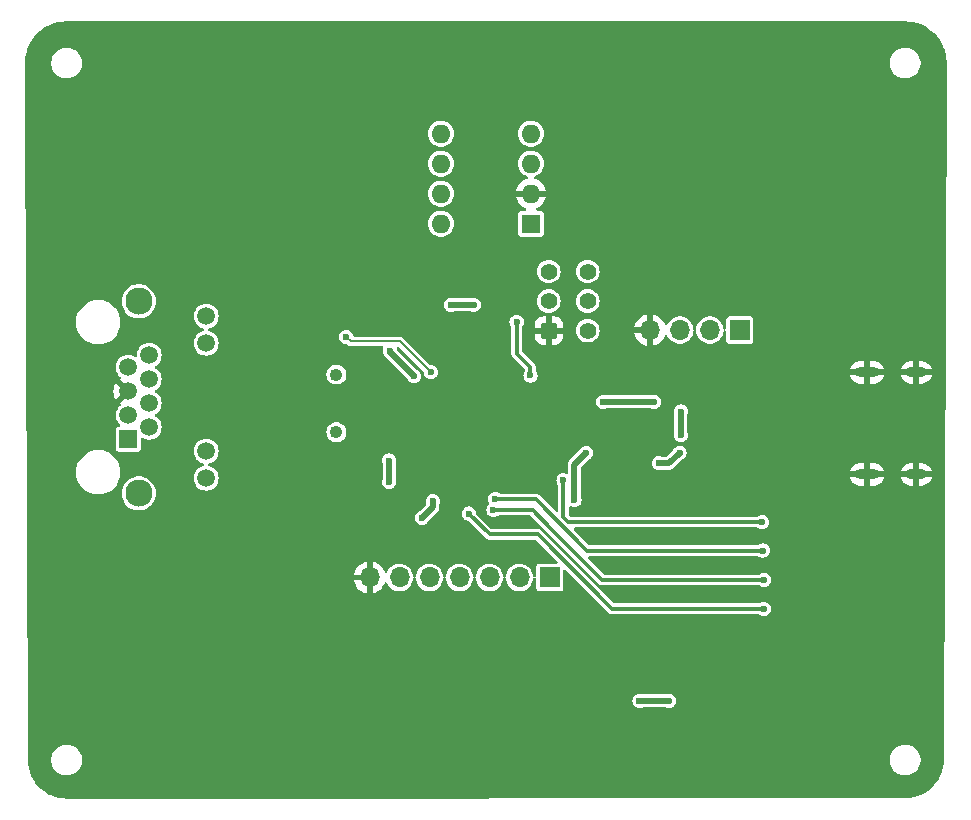
<source format=gbr>
%TF.GenerationSoftware,KiCad,Pcbnew,8.0.2*%
%TF.CreationDate,2024-05-08T19:58:35+03:00*%
%TF.ProjectId,deneme,64656e65-6d65-42e6-9b69-6361645f7063,rev?*%
%TF.SameCoordinates,Original*%
%TF.FileFunction,Copper,L2,Bot*%
%TF.FilePolarity,Positive*%
%FSLAX46Y46*%
G04 Gerber Fmt 4.6, Leading zero omitted, Abs format (unit mm)*
G04 Created by KiCad (PCBNEW 8.0.2) date 2024-05-08 19:58:35*
%MOMM*%
%LPD*%
G01*
G04 APERTURE LIST*
G04 Aperture macros list*
%AMRoundRect*
0 Rectangle with rounded corners*
0 $1 Rounding radius*
0 $2 $3 $4 $5 $6 $7 $8 $9 X,Y pos of 4 corners*
0 Add a 4 corners polygon primitive as box body*
4,1,4,$2,$3,$4,$5,$6,$7,$8,$9,$2,$3,0*
0 Add four circle primitives for the rounded corners*
1,1,$1+$1,$2,$3*
1,1,$1+$1,$4,$5*
1,1,$1+$1,$6,$7*
1,1,$1+$1,$8,$9*
0 Add four rect primitives between the rounded corners*
20,1,$1+$1,$2,$3,$4,$5,0*
20,1,$1+$1,$4,$5,$6,$7,0*
20,1,$1+$1,$6,$7,$8,$9,0*
20,1,$1+$1,$8,$9,$2,$3,0*%
G04 Aperture macros list end*
%TA.AperFunction,ComponentPad*%
%ADD10R,1.700000X1.700000*%
%TD*%
%TA.AperFunction,ComponentPad*%
%ADD11O,1.700000X1.700000*%
%TD*%
%TA.AperFunction,ComponentPad*%
%ADD12R,1.500000X1.500000*%
%TD*%
%TA.AperFunction,ComponentPad*%
%ADD13C,1.500000*%
%TD*%
%TA.AperFunction,ComponentPad*%
%ADD14C,2.300000*%
%TD*%
%TA.AperFunction,ComponentPad*%
%ADD15R,1.600000X1.600000*%
%TD*%
%TA.AperFunction,ComponentPad*%
%ADD16O,1.600000X1.600000*%
%TD*%
%TA.AperFunction,ComponentPad*%
%ADD17O,2.000000X0.900000*%
%TD*%
%TA.AperFunction,ComponentPad*%
%ADD18O,1.700000X0.900000*%
%TD*%
%TA.AperFunction,ComponentPad*%
%ADD19C,1.080000*%
%TD*%
%TA.AperFunction,ComponentPad*%
%ADD20RoundRect,0.250000X0.450000X-0.450000X0.450000X0.450000X-0.450000X0.450000X-0.450000X-0.450000X0*%
%TD*%
%TA.AperFunction,ComponentPad*%
%ADD21C,1.400000*%
%TD*%
%TA.AperFunction,ViaPad*%
%ADD22C,0.600000*%
%TD*%
%TA.AperFunction,Conductor*%
%ADD23C,0.500000*%
%TD*%
%TA.AperFunction,Conductor*%
%ADD24C,0.300000*%
%TD*%
%TA.AperFunction,Conductor*%
%ADD25C,0.200000*%
%TD*%
G04 APERTURE END LIST*
D10*
%TO.P,J2,1,Pin_1*%
%TO.N,+3V3*%
X190000000Y-65595000D03*
D11*
%TO.P,J2,2,Pin_2*%
%TO.N,/SWDIO*%
X187460000Y-65595000D03*
%TO.P,J2,3,Pin_3*%
%TO.N,/SWCLK*%
X184920000Y-65595000D03*
%TO.P,J2,4,Pin_4*%
%TO.N,GND*%
X182380000Y-65595000D03*
%TD*%
D12*
%TO.P,J4,1*%
%TO.N,/ETH1*%
X138220000Y-74848000D03*
D13*
%TO.P,J4,2*%
%TO.N,/ETH2*%
X140000000Y-73832000D03*
%TO.P,J4,3*%
%TO.N,/ETH3*%
X138220000Y-72816000D03*
%TO.P,J4,4*%
%TO.N,unconnected-(J4-Pad4)*%
X140000000Y-71800000D03*
%TO.P,J4,5*%
%TO.N,GND*%
X138220000Y-70784000D03*
%TO.P,J4,6*%
%TO.N,/ETH6*%
X140000000Y-69768000D03*
%TO.P,J4,7*%
%TO.N,unconnected-(J4-Pad7)*%
X138220000Y-68752000D03*
%TO.P,J4,8*%
%TO.N,+5V*%
X140000000Y-67736000D03*
%TO.P,J4,9*%
%TO.N,N/C*%
X144820000Y-78148000D03*
%TO.P,J4,10*%
X144820000Y-75858000D03*
%TO.P,J4,11*%
X144820000Y-66718000D03*
%TO.P,J4,12*%
X144820000Y-64428000D03*
D14*
%TO.P,J4,SH*%
X139110000Y-79418000D03*
X139110000Y-63158000D03*
%TD*%
D10*
%TO.P,J3,1,Pin_1*%
%TO.N,/M0*%
X173890000Y-86550000D03*
D11*
%TO.P,J3,2,Pin_2*%
%TO.N,/M1*%
X171350000Y-86550000D03*
%TO.P,J3,3,Pin_3*%
%TO.N,/USART2_RXD*%
X168810000Y-86550000D03*
%TO.P,J3,4,Pin_4*%
%TO.N,/USART2_TXD*%
X166270000Y-86550000D03*
%TO.P,J3,5,Pin_5*%
%TO.N,/AUX*%
X163730000Y-86550000D03*
%TO.P,J3,6,Pin_6*%
%TO.N,+3V3*%
X161190000Y-86550000D03*
%TO.P,J3,7,Pin_7*%
%TO.N,GND*%
X158650000Y-86550000D03*
%TD*%
D15*
%TO.P,U6,1,TXD*%
%TO.N,/CAN_TXD*%
X172320000Y-56595000D03*
D16*
%TO.P,U6,2,VSS*%
%TO.N,GND*%
X172320000Y-54055000D03*
%TO.P,U6,3,VDD*%
%TO.N,+5V*%
X172320000Y-51515000D03*
%TO.P,U6,4,RXD*%
%TO.N,/CAN_RXD*%
X172320000Y-48975000D03*
%TO.P,U6,5,Vref*%
%TO.N,unconnected-(U6-Vref-Pad5)*%
X164700000Y-48975000D03*
%TO.P,U6,6,CANL*%
%TO.N,/CAN_ETH-*%
X164700000Y-51515000D03*
%TO.P,U6,7,CANH*%
%TO.N,/CAN_ETH+*%
X164700000Y-54055000D03*
%TO.P,U6,8,Rs*%
%TO.N,Net-(U6-Rs)*%
X164700000Y-56595000D03*
%TD*%
D17*
%TO.P,J1,S1,SHIELD*%
%TO.N,GND*%
X200770000Y-77820000D03*
D18*
X204940000Y-77820000D03*
D17*
X200770000Y-69180000D03*
D18*
X204940000Y-69180000D03*
%TD*%
D19*
%TO.P,Y2,1*%
%TO.N,/HSE_OUT*%
X155850000Y-74250000D03*
%TO.P,Y2,2*%
%TO.N,/HSE_IN*%
X155850000Y-69370000D03*
%TD*%
D20*
%TO.P,SW1,1,A*%
%TO.N,GND*%
X173830000Y-65645000D03*
D21*
%TO.P,SW1,2,B*%
%TO.N,/SW_BOOT0*%
X173830000Y-63145000D03*
%TO.P,SW1,3,C*%
%TO.N,+3V3*%
X173830000Y-60645000D03*
%TO.P,SW1,4*%
%TO.N,N/C*%
X177130000Y-60645000D03*
%TO.P,SW1,5*%
X177130000Y-63145000D03*
%TO.P,SW1,6*%
X177130000Y-65645000D03*
%TD*%
D22*
%TO.N,GND*%
X133020000Y-47000000D03*
X147990000Y-55980000D03*
X147980000Y-58100000D03*
X149990000Y-55980000D03*
X141730000Y-86150000D03*
X156630000Y-91890000D03*
X144990000Y-50000000D03*
X133980000Y-88050000D03*
X191020000Y-104030000D03*
X192040000Y-46030000D03*
X165840000Y-72680000D03*
X131020000Y-47000000D03*
X189410000Y-91580000D03*
X147010000Y-104730000D03*
X176070000Y-42050000D03*
X131970000Y-89750000D03*
X138250000Y-95580000D03*
X142960000Y-47030000D03*
X144960000Y-47030000D03*
X170990000Y-103980000D03*
X163340000Y-70480000D03*
X152280000Y-93730000D03*
X152040000Y-55950000D03*
X173930000Y-92080000D03*
X157960000Y-91990000D03*
X137020000Y-47000000D03*
X140060000Y-58030000D03*
X157990000Y-93860000D03*
X146990000Y-103000000D03*
X160060000Y-96000000D03*
X172230000Y-66980000D03*
X169970000Y-92080000D03*
X161960000Y-46020000D03*
X204570000Y-66060000D03*
X182000000Y-46020000D03*
X132040000Y-86020000D03*
X190040000Y-46030000D03*
X156290000Y-83890000D03*
X130050000Y-93750000D03*
X200320000Y-52770000D03*
X178070000Y-42050000D03*
X185990000Y-58960000D03*
X153020000Y-103000000D03*
X137990000Y-88100000D03*
X132130000Y-97710000D03*
X172990000Y-103980000D03*
X165980000Y-95980000D03*
X168060000Y-46040000D03*
X164040000Y-100020000D03*
X144060000Y-58030000D03*
X203940000Y-60880000D03*
X145990000Y-55980000D03*
X132190000Y-95560000D03*
X147020000Y-47000000D03*
X206200000Y-86250000D03*
X131010000Y-49980000D03*
X181070000Y-104010000D03*
X193840000Y-60980000D03*
X190030000Y-41990000D03*
X134020000Y-84000000D03*
X139720000Y-86100000D03*
X133950000Y-91520000D03*
X175750000Y-70210000D03*
X149460000Y-62080000D03*
X145010000Y-104730000D03*
X137010000Y-49980000D03*
X139020000Y-102990000D03*
X194040000Y-46030000D03*
X200990000Y-67610000D03*
X167930000Y-93900000D03*
X190020000Y-59040000D03*
X140960000Y-47030000D03*
X201980000Y-62240000D03*
X173010000Y-46040000D03*
X142060000Y-58030000D03*
X177010000Y-46040000D03*
X167400000Y-74120000D03*
X141660000Y-84150000D03*
X168990000Y-103980000D03*
X194840000Y-66060000D03*
X183010000Y-53010000D03*
X187970000Y-61010000D03*
X158000000Y-98010000D03*
X147440000Y-86030000D03*
X183990000Y-58960000D03*
X159990000Y-93860000D03*
X167960000Y-92030000D03*
X166050000Y-93880000D03*
X160040000Y-100020000D03*
X165960000Y-46020000D03*
X189420000Y-93150000D03*
X204000000Y-80300000D03*
X174990000Y-103980000D03*
X171010000Y-46040000D03*
X138960000Y-47030000D03*
X152990000Y-101790000D03*
X174020000Y-100030000D03*
X159960000Y-91990000D03*
X201930000Y-60830000D03*
X154450000Y-95960000D03*
X183030000Y-51000000D03*
X174070000Y-42050000D03*
X186020000Y-41990000D03*
X168020000Y-98010000D03*
X172020000Y-98010000D03*
X181030000Y-51000000D03*
X200980000Y-94010000D03*
X158040000Y-100020000D03*
X132050000Y-93750000D03*
X134040000Y-86020000D03*
X167390000Y-72630000D03*
X147870000Y-70640000D03*
X171920000Y-93960000D03*
X173930000Y-94010000D03*
X137020000Y-102990000D03*
X171980000Y-42020000D03*
X168020000Y-100020000D03*
X189460000Y-94750000D03*
X134050000Y-93750000D03*
X136040000Y-86020000D03*
X202990000Y-92010000D03*
X167890000Y-66270000D03*
X153050000Y-50010000D03*
X195020000Y-104050000D03*
X206470000Y-67440000D03*
X146960000Y-101740000D03*
X156030000Y-82120000D03*
X152120000Y-57940000D03*
X138190000Y-97730000D03*
X179020000Y-46050000D03*
X190020000Y-61040000D03*
X185030000Y-51000000D03*
X193840000Y-58940000D03*
X191430000Y-93200000D03*
X175010000Y-46040000D03*
X206180000Y-88500000D03*
X193010000Y-101990000D03*
X134130000Y-97710000D03*
X147390000Y-84160000D03*
X156460000Y-96010000D03*
X164070000Y-103960000D03*
X147880000Y-67070000D03*
X166050000Y-104000000D03*
X156270000Y-85640000D03*
X132020000Y-84000000D03*
X184020000Y-41990000D03*
X151070000Y-104750000D03*
X170020000Y-100020000D03*
X158070000Y-103960000D03*
X151460000Y-62080000D03*
X191010000Y-101990000D03*
X206060000Y-82090000D03*
X166030000Y-75230000D03*
X138110000Y-93770000D03*
X179070000Y-104010000D03*
X198000000Y-46020000D03*
X190300000Y-69650000D03*
X130020000Y-84000000D03*
X196000000Y-99960000D03*
X199000000Y-92020000D03*
X146960000Y-100430000D03*
X197790000Y-67530000D03*
X130130000Y-97710000D03*
X154280000Y-93730000D03*
X200030000Y-99940000D03*
X164000000Y-98010000D03*
X200000000Y-46020000D03*
X154330000Y-83940000D03*
X171980000Y-95980000D03*
X183970000Y-61010000D03*
X160070000Y-103960000D03*
X192460000Y-69920000D03*
X163960000Y-46020000D03*
X135010000Y-49980000D03*
X189350000Y-71860000D03*
X189490000Y-96270000D03*
X140840000Y-52810000D03*
X180170000Y-70140000D03*
X195010000Y-101990000D03*
X177070000Y-104010000D03*
X154880000Y-85610000D03*
X155020000Y-103000000D03*
X203990000Y-62290000D03*
X151040000Y-46990000D03*
X148970000Y-100480000D03*
X149010000Y-104730000D03*
X136130000Y-97710000D03*
X131940000Y-91470000D03*
X197000000Y-92020000D03*
X174020000Y-96030000D03*
X131980000Y-88050000D03*
X198980000Y-94010000D03*
X143990000Y-55980000D03*
X146060000Y-58030000D03*
X197020000Y-104050000D03*
X166020000Y-100020000D03*
X138990000Y-50000000D03*
X152570000Y-91870000D03*
X135980000Y-88050000D03*
X137990000Y-84100000D03*
X169090000Y-74110000D03*
X191500000Y-96320000D03*
X167980000Y-42020000D03*
X165800000Y-74120000D03*
X169010000Y-72590000D03*
X187050000Y-53010000D03*
X163990000Y-93860000D03*
X193020000Y-104050000D03*
X139650000Y-84100000D03*
X139790000Y-88100000D03*
X169110000Y-75310000D03*
X189020000Y-104030000D03*
X162000000Y-98010000D03*
X176050000Y-100040000D03*
X162040000Y-100020000D03*
X147050000Y-50010000D03*
X197620000Y-63990000D03*
X179030000Y-51000000D03*
X163960000Y-91990000D03*
X156480000Y-98000000D03*
X195000000Y-92020000D03*
X141800000Y-88150000D03*
X148990000Y-103000000D03*
X191910000Y-59000000D03*
X133980000Y-89800000D03*
X206130000Y-84080000D03*
X201000000Y-92020000D03*
X192310000Y-68020000D03*
X150570000Y-91870000D03*
X148920000Y-99280000D03*
X164060000Y-96000000D03*
X174370000Y-71800000D03*
X201040000Y-65980000D03*
X151050000Y-50010000D03*
X188020000Y-41990000D03*
X182020000Y-41990000D03*
X202990000Y-94010000D03*
X169940000Y-93950000D03*
X156340000Y-93750000D03*
X206180000Y-80250000D03*
X187990000Y-58960000D03*
X153050000Y-47040000D03*
X192030000Y-41990000D03*
X188000000Y-46020000D03*
X194000000Y-99960000D03*
X181990000Y-58960000D03*
X137990000Y-86100000D03*
X144990000Y-103000000D03*
X169980000Y-95980000D03*
X160000000Y-98010000D03*
X180070000Y-42050000D03*
X190370000Y-71140000D03*
X176050000Y-98040000D03*
X189010000Y-101990000D03*
X186000000Y-46020000D03*
X174020000Y-98030000D03*
X153750000Y-78790000D03*
X167980000Y-95980000D03*
X181010000Y-53010000D03*
X129980000Y-88050000D03*
X146910000Y-99230000D03*
X171920000Y-92030000D03*
X197690000Y-65910000D03*
X154470000Y-98000000D03*
X198000000Y-99960000D03*
X162070000Y-103960000D03*
X154400000Y-82180000D03*
X204660000Y-67520000D03*
X195060000Y-68010000D03*
X185970000Y-61010000D03*
X161990000Y-93860000D03*
X172020000Y-100020000D03*
X196980000Y-94010000D03*
X194030000Y-41990000D03*
X130190000Y-95560000D03*
X136050000Y-93750000D03*
X153460000Y-62080000D03*
X136190000Y-95560000D03*
X147460000Y-62080000D03*
X149050000Y-50010000D03*
X143010000Y-104730000D03*
X163630000Y-67410000D03*
X196040000Y-46030000D03*
X161960000Y-91990000D03*
X130040000Y-86020000D03*
X166020000Y-98010000D03*
X141020000Y-102990000D03*
X191940000Y-61000000D03*
X149020000Y-47000000D03*
X162060000Y-96000000D03*
X150990000Y-103000000D03*
X150980000Y-101740000D03*
X191470000Y-94800000D03*
X184000000Y-46020000D03*
X187020000Y-104030000D03*
X192000000Y-99960000D03*
X135020000Y-47000000D03*
X185020000Y-104030000D03*
X169980000Y-42020000D03*
X185010000Y-53010000D03*
X164350000Y-83870000D03*
X154570000Y-91870000D03*
X143020000Y-102990000D03*
X165980000Y-42020000D03*
X150280000Y-93730000D03*
X181970000Y-61010000D03*
X150020000Y-58220000D03*
X148970000Y-101790000D03*
X194980000Y-94010000D03*
X170020000Y-98010000D03*
X197040000Y-101990000D03*
X148570000Y-91870000D03*
X183070000Y-104010000D03*
X134190000Y-95560000D03*
X179010000Y-53010000D03*
X158060000Y-96000000D03*
X159960000Y-46020000D03*
X187050000Y-51010000D03*
X147870000Y-68810000D03*
X206440000Y-65890000D03*
X167600000Y-75210000D03*
X133010000Y-49980000D03*
X166020000Y-92010000D03*
X191420000Y-91630000D03*
X136020000Y-84000000D03*
%TO.N,+3V3*%
X163100000Y-81500000D03*
X171100000Y-64900000D03*
X162420000Y-69510000D03*
X165552500Y-63470000D03*
X182720000Y-71690000D03*
X164000000Y-80100000D03*
X178445000Y-71685000D03*
X172270000Y-69445000D03*
X167460000Y-63470000D03*
X160375735Y-67370000D03*
%TO.N,+3.3VA*%
X160320000Y-76650000D03*
X160320000Y-78453553D03*
%TO.N,/NRST*%
X156665000Y-66175000D03*
X163840000Y-69160000D03*
%TO.N,+5V*%
X177000000Y-76000000D03*
X184000000Y-97000000D03*
X184900000Y-76000000D03*
X183155380Y-76874620D03*
X185000000Y-72500000D03*
X181500000Y-97000000D03*
X176000000Y-80000000D03*
X185000000Y-74500000D03*
%TO.N,/PB1*%
X192050000Y-86750000D03*
X169140000Y-80840000D03*
%TO.N,/PB2*%
X169281412Y-79892169D03*
X191940000Y-84270000D03*
%TO.N,/PB12*%
X191890000Y-81870000D03*
X175070000Y-78330000D03*
%TO.N,/PA4*%
X167052500Y-81140000D03*
X192025000Y-89200000D03*
%TD*%
D23*
%TO.N,+3V3*%
X182715000Y-71685000D02*
X178445000Y-71685000D01*
D24*
X172270000Y-68770000D02*
X172270000Y-69445000D01*
X171100000Y-67600000D02*
X172270000Y-68770000D01*
D23*
X165552500Y-63470000D02*
X167460000Y-63470000D01*
X164000000Y-80100000D02*
X164000000Y-80600000D01*
X160375735Y-67465735D02*
X162420000Y-69510000D01*
D25*
X160375735Y-67370000D02*
X160375735Y-67465735D01*
D24*
X171100000Y-64900000D02*
X171100000Y-67600000D01*
D23*
X164000000Y-80600000D02*
X163100000Y-81500000D01*
D25*
X182720000Y-71690000D02*
X182715000Y-71685000D01*
D23*
%TO.N,+3.3VA*%
X160320000Y-78453553D02*
X160320000Y-76650000D01*
D25*
%TO.N,/NRST*%
X161240000Y-66560000D02*
X163840000Y-69160000D01*
X157050000Y-66560000D02*
X161240000Y-66560000D01*
X156665000Y-66175000D02*
X157050000Y-66560000D01*
D23*
%TO.N,+5V*%
X183155380Y-76874620D02*
X184025380Y-76874620D01*
X185000000Y-74500000D02*
X185000000Y-72500000D01*
X176000000Y-80000000D02*
X176000000Y-77000000D01*
X181500000Y-97000000D02*
X184000000Y-97000000D01*
X184025380Y-76874620D02*
X184900000Y-76000000D01*
X176000000Y-77000000D02*
X177000000Y-76000000D01*
X185000000Y-72500000D02*
X185000000Y-73000000D01*
D24*
%TO.N,/PB1*%
X174020000Y-82410000D02*
X172450000Y-80840000D01*
X192050000Y-86750000D02*
X178367106Y-86750000D01*
X174027106Y-82410000D02*
X174020000Y-82410000D01*
X178367106Y-86750000D02*
X174027106Y-82410000D01*
X172450000Y-80840000D02*
X169140000Y-80840000D01*
%TO.N,/PB2*%
X177080000Y-84270000D02*
X172702169Y-79892169D01*
X172702169Y-79892169D02*
X169281412Y-79892169D01*
X191940000Y-84270000D02*
X177080000Y-84270000D01*
%TO.N,/PB12*%
X175490000Y-81860000D02*
X175070000Y-81440000D01*
X175070000Y-81440000D02*
X175070000Y-78330000D01*
X191880000Y-81860000D02*
X175490000Y-81860000D01*
X191890000Y-81870000D02*
X191880000Y-81860000D01*
%TO.N,/PA4*%
X168822500Y-82910000D02*
X167052500Y-81140000D01*
X192025000Y-89200000D02*
X179180000Y-89200000D01*
X179180000Y-89200000D02*
X172890000Y-82910000D01*
X172890000Y-82910000D02*
X168822500Y-82910000D01*
%TD*%
%TA.AperFunction,Conductor*%
%TO.N,GND*%
G36*
X204023032Y-39460648D02*
G01*
X204354969Y-39476956D01*
X204367077Y-39478149D01*
X204469202Y-39493297D01*
X204692797Y-39526465D01*
X204704716Y-39528835D01*
X205024144Y-39608847D01*
X205035771Y-39612374D01*
X205345826Y-39723314D01*
X205357038Y-39727958D01*
X205654735Y-39868758D01*
X205665443Y-39874482D01*
X205947877Y-40043766D01*
X205957992Y-40050524D01*
X205967085Y-40057268D01*
X206222482Y-40246684D01*
X206231888Y-40254404D01*
X206475872Y-40475538D01*
X206484461Y-40484127D01*
X206669916Y-40688745D01*
X206705595Y-40728111D01*
X206713315Y-40737517D01*
X206909473Y-41002004D01*
X206916233Y-41012122D01*
X207043079Y-41223753D01*
X207085510Y-41294544D01*
X207091245Y-41305272D01*
X207101248Y-41326421D01*
X207232038Y-41602954D01*
X207236689Y-41614183D01*
X207334560Y-41887713D01*
X207347620Y-41924213D01*
X207351152Y-41935857D01*
X207431161Y-42255271D01*
X207433535Y-42267206D01*
X207481850Y-42592920D01*
X207483043Y-42605031D01*
X207499335Y-42936663D01*
X207499483Y-42943230D01*
X207269790Y-101894264D01*
X207269500Y-101898579D01*
X207269500Y-101966738D01*
X207269330Y-101973228D01*
X207252093Y-102302133D01*
X207250736Y-102315041D01*
X207199726Y-102637108D01*
X207197028Y-102649803D01*
X207112630Y-102964782D01*
X207108619Y-102977127D01*
X206991760Y-103281555D01*
X206986481Y-103293412D01*
X206838437Y-103583964D01*
X206831947Y-103595204D01*
X206654352Y-103868677D01*
X206646723Y-103879178D01*
X206441504Y-104132602D01*
X206432819Y-104142247D01*
X206202247Y-104372819D01*
X206192602Y-104381504D01*
X205939178Y-104586723D01*
X205928677Y-104594352D01*
X205655204Y-104771947D01*
X205643964Y-104778437D01*
X205353412Y-104926481D01*
X205341555Y-104931760D01*
X205037127Y-105048619D01*
X205024782Y-105052630D01*
X204709803Y-105137028D01*
X204697108Y-105139726D01*
X204375040Y-105190737D01*
X204362131Y-105192094D01*
X204033235Y-105209330D01*
X204026746Y-105209500D01*
X203956756Y-105209500D01*
X203955649Y-105209572D01*
X133013295Y-105279495D01*
X133006684Y-105279325D01*
X132673687Y-105261875D01*
X132660778Y-105260518D01*
X132334575Y-105208852D01*
X132321885Y-105206155D01*
X132002854Y-105120671D01*
X131990512Y-105116661D01*
X131813257Y-105048619D01*
X131682172Y-104998300D01*
X131670317Y-104993022D01*
X131628449Y-104971689D01*
X131376029Y-104843074D01*
X131364802Y-104836592D01*
X131087811Y-104656712D01*
X131077310Y-104649083D01*
X130820632Y-104441229D01*
X130810987Y-104432544D01*
X130577455Y-104199012D01*
X130568770Y-104189367D01*
X130360916Y-103932689D01*
X130353287Y-103922188D01*
X130322078Y-103874130D01*
X130173404Y-103645191D01*
X130166928Y-103633977D01*
X130016972Y-103339671D01*
X130011703Y-103327836D01*
X129893335Y-103019478D01*
X129889331Y-103007157D01*
X129803840Y-102688100D01*
X129801150Y-102675439D01*
X129749482Y-102349222D01*
X129748125Y-102336314D01*
X129730670Y-102003259D01*
X129730500Y-101996769D01*
X129730500Y-101928876D01*
X129730169Y-101924002D01*
X129730053Y-101897648D01*
X131699500Y-101897648D01*
X131699500Y-102102351D01*
X131731522Y-102304534D01*
X131794781Y-102499223D01*
X131842059Y-102592010D01*
X131871506Y-102649803D01*
X131887715Y-102681613D01*
X132008028Y-102847213D01*
X132152786Y-102991971D01*
X132307749Y-103104556D01*
X132318390Y-103112287D01*
X132434607Y-103171503D01*
X132500776Y-103205218D01*
X132500778Y-103205218D01*
X132500781Y-103205220D01*
X132605137Y-103239127D01*
X132695465Y-103268477D01*
X132778036Y-103281555D01*
X132897648Y-103300500D01*
X132897649Y-103300500D01*
X133102351Y-103300500D01*
X133102352Y-103300500D01*
X133304534Y-103268477D01*
X133499219Y-103205220D01*
X133681610Y-103112287D01*
X133774590Y-103044732D01*
X133847213Y-102991971D01*
X133847215Y-102991968D01*
X133847219Y-102991966D01*
X133991966Y-102847219D01*
X133991968Y-102847215D01*
X133991971Y-102847213D01*
X134044732Y-102774590D01*
X134112287Y-102681610D01*
X134205220Y-102499219D01*
X134268477Y-102304534D01*
X134300500Y-102102352D01*
X134300500Y-101897648D01*
X202699500Y-101897648D01*
X202699500Y-102102351D01*
X202731522Y-102304534D01*
X202794781Y-102499223D01*
X202842059Y-102592010D01*
X202871506Y-102649803D01*
X202887715Y-102681613D01*
X203008028Y-102847213D01*
X203152786Y-102991971D01*
X203307749Y-103104556D01*
X203318390Y-103112287D01*
X203434607Y-103171503D01*
X203500776Y-103205218D01*
X203500778Y-103205218D01*
X203500781Y-103205220D01*
X203605137Y-103239127D01*
X203695465Y-103268477D01*
X203778036Y-103281555D01*
X203897648Y-103300500D01*
X203897649Y-103300500D01*
X204102351Y-103300500D01*
X204102352Y-103300500D01*
X204304534Y-103268477D01*
X204499219Y-103205220D01*
X204681610Y-103112287D01*
X204774590Y-103044732D01*
X204847213Y-102991971D01*
X204847215Y-102991968D01*
X204847219Y-102991966D01*
X204991966Y-102847219D01*
X204991968Y-102847215D01*
X204991971Y-102847213D01*
X205044732Y-102774590D01*
X205112287Y-102681610D01*
X205205220Y-102499219D01*
X205268477Y-102304534D01*
X205300500Y-102102352D01*
X205300500Y-101897648D01*
X205268477Y-101695466D01*
X205205220Y-101500781D01*
X205205218Y-101500778D01*
X205205218Y-101500776D01*
X205171503Y-101434607D01*
X205112287Y-101318390D01*
X205104556Y-101307749D01*
X204991971Y-101152786D01*
X204847213Y-101008028D01*
X204681613Y-100887715D01*
X204681612Y-100887714D01*
X204681610Y-100887713D01*
X204624653Y-100858691D01*
X204499223Y-100794781D01*
X204304534Y-100731522D01*
X204129995Y-100703878D01*
X204102352Y-100699500D01*
X203897648Y-100699500D01*
X203873329Y-100703351D01*
X203695465Y-100731522D01*
X203500776Y-100794781D01*
X203318386Y-100887715D01*
X203152786Y-101008028D01*
X203008028Y-101152786D01*
X202887715Y-101318386D01*
X202794781Y-101500776D01*
X202731522Y-101695465D01*
X202699500Y-101897648D01*
X134300500Y-101897648D01*
X134268477Y-101695466D01*
X134205220Y-101500781D01*
X134205218Y-101500778D01*
X134205218Y-101500776D01*
X134171503Y-101434607D01*
X134112287Y-101318390D01*
X134104556Y-101307749D01*
X133991971Y-101152786D01*
X133847213Y-101008028D01*
X133681613Y-100887715D01*
X133681612Y-100887714D01*
X133681610Y-100887713D01*
X133624653Y-100858691D01*
X133499223Y-100794781D01*
X133304534Y-100731522D01*
X133129995Y-100703878D01*
X133102352Y-100699500D01*
X132897648Y-100699500D01*
X132873329Y-100703351D01*
X132695465Y-100731522D01*
X132500776Y-100794781D01*
X132318386Y-100887715D01*
X132152786Y-101008028D01*
X132008028Y-101152786D01*
X131887715Y-101318386D01*
X131794781Y-101500776D01*
X131731522Y-101695465D01*
X131699500Y-101897648D01*
X129730053Y-101897648D01*
X129708477Y-96999998D01*
X180894318Y-96999998D01*
X180894318Y-97000001D01*
X180914955Y-97156760D01*
X180914956Y-97156762D01*
X180975464Y-97302841D01*
X181071718Y-97428282D01*
X181197159Y-97524536D01*
X181343238Y-97585044D01*
X181421619Y-97595363D01*
X181499999Y-97605682D01*
X181500000Y-97605682D01*
X181500001Y-97605682D01*
X181552254Y-97598802D01*
X181656762Y-97585044D01*
X181717370Y-97559938D01*
X181764823Y-97550500D01*
X183735177Y-97550500D01*
X183782629Y-97559938D01*
X183843238Y-97585044D01*
X183921619Y-97595363D01*
X183999999Y-97605682D01*
X184000000Y-97605682D01*
X184000001Y-97605682D01*
X184052254Y-97598802D01*
X184156762Y-97585044D01*
X184302841Y-97524536D01*
X184428282Y-97428282D01*
X184524536Y-97302841D01*
X184585044Y-97156762D01*
X184605682Y-97000000D01*
X184585044Y-96843238D01*
X184524536Y-96697159D01*
X184428282Y-96571718D01*
X184302841Y-96475464D01*
X184240158Y-96449500D01*
X184156762Y-96414956D01*
X184156760Y-96414955D01*
X184000001Y-96394318D01*
X183999999Y-96394318D01*
X183843239Y-96414955D01*
X183843237Y-96414956D01*
X183782630Y-96440061D01*
X183735177Y-96449500D01*
X181764823Y-96449500D01*
X181717370Y-96440061D01*
X181656762Y-96414956D01*
X181656760Y-96414955D01*
X181500001Y-96394318D01*
X181499999Y-96394318D01*
X181343239Y-96414955D01*
X181343237Y-96414956D01*
X181197160Y-96475463D01*
X181071718Y-96571718D01*
X180975463Y-96697160D01*
X180914956Y-96843237D01*
X180914955Y-96843239D01*
X180894318Y-96999998D01*
X129708477Y-96999998D01*
X129661341Y-86299999D01*
X157319364Y-86299999D01*
X157319364Y-86300000D01*
X158216988Y-86300000D01*
X158184075Y-86357007D01*
X158150000Y-86484174D01*
X158150000Y-86615826D01*
X158184075Y-86742993D01*
X158216988Y-86800000D01*
X157319364Y-86800000D01*
X157376567Y-87013486D01*
X157376570Y-87013492D01*
X157476399Y-87227578D01*
X157611894Y-87421082D01*
X157778917Y-87588105D01*
X157972421Y-87723600D01*
X158186507Y-87823429D01*
X158186516Y-87823433D01*
X158400000Y-87880634D01*
X158400000Y-86983012D01*
X158457007Y-87015925D01*
X158584174Y-87050000D01*
X158715826Y-87050000D01*
X158842993Y-87015925D01*
X158900000Y-86983012D01*
X158900000Y-87880633D01*
X159113483Y-87823433D01*
X159113492Y-87823429D01*
X159327578Y-87723600D01*
X159521082Y-87588105D01*
X159688105Y-87421082D01*
X159823600Y-87227578D01*
X159917294Y-87026651D01*
X159963466Y-86974212D01*
X160030660Y-86955060D01*
X160097541Y-86975276D01*
X160140676Y-87023785D01*
X160207632Y-87158253D01*
X160295445Y-87274535D01*
X160336128Y-87328407D01*
X160493698Y-87472052D01*
X160674981Y-87584298D01*
X160873802Y-87661321D01*
X161083390Y-87700500D01*
X161083392Y-87700500D01*
X161296608Y-87700500D01*
X161296610Y-87700500D01*
X161506198Y-87661321D01*
X161705019Y-87584298D01*
X161886302Y-87472052D01*
X162043872Y-87328407D01*
X162172366Y-87158255D01*
X162196150Y-87110490D01*
X162267403Y-86967394D01*
X162267403Y-86967393D01*
X162267405Y-86967389D01*
X162325756Y-86762310D01*
X162336529Y-86646047D01*
X162362315Y-86581111D01*
X162404622Y-86550804D01*
X162513130Y-86550804D01*
X162549503Y-86571668D01*
X162581693Y-86633681D01*
X162583470Y-86646047D01*
X162594244Y-86762310D01*
X162647675Y-86950099D01*
X162652596Y-86967392D01*
X162652596Y-86967394D01*
X162747632Y-87158253D01*
X162835445Y-87274535D01*
X162876128Y-87328407D01*
X163033698Y-87472052D01*
X163214981Y-87584298D01*
X163413802Y-87661321D01*
X163623390Y-87700500D01*
X163623392Y-87700500D01*
X163836608Y-87700500D01*
X163836610Y-87700500D01*
X164046198Y-87661321D01*
X164245019Y-87584298D01*
X164426302Y-87472052D01*
X164583872Y-87328407D01*
X164712366Y-87158255D01*
X164736150Y-87110490D01*
X164807403Y-86967394D01*
X164807403Y-86967393D01*
X164807405Y-86967389D01*
X164865756Y-86762310D01*
X164876529Y-86646047D01*
X164902315Y-86581111D01*
X164944622Y-86550804D01*
X165053130Y-86550804D01*
X165089503Y-86571668D01*
X165121693Y-86633681D01*
X165123470Y-86646047D01*
X165134244Y-86762310D01*
X165187675Y-86950099D01*
X165192596Y-86967392D01*
X165192596Y-86967394D01*
X165287632Y-87158253D01*
X165375445Y-87274535D01*
X165416128Y-87328407D01*
X165573698Y-87472052D01*
X165754981Y-87584298D01*
X165953802Y-87661321D01*
X166163390Y-87700500D01*
X166163392Y-87700500D01*
X166376608Y-87700500D01*
X166376610Y-87700500D01*
X166586198Y-87661321D01*
X166785019Y-87584298D01*
X166966302Y-87472052D01*
X167123872Y-87328407D01*
X167252366Y-87158255D01*
X167276150Y-87110490D01*
X167347403Y-86967394D01*
X167347403Y-86967393D01*
X167347405Y-86967389D01*
X167405756Y-86762310D01*
X167416529Y-86646047D01*
X167442315Y-86581111D01*
X167484622Y-86550804D01*
X167593130Y-86550804D01*
X167629503Y-86571668D01*
X167661693Y-86633681D01*
X167663470Y-86646047D01*
X167674244Y-86762310D01*
X167727675Y-86950099D01*
X167732596Y-86967392D01*
X167732596Y-86967394D01*
X167827632Y-87158253D01*
X167915445Y-87274535D01*
X167956128Y-87328407D01*
X168113698Y-87472052D01*
X168294981Y-87584298D01*
X168493802Y-87661321D01*
X168703390Y-87700500D01*
X168703392Y-87700500D01*
X168916608Y-87700500D01*
X168916610Y-87700500D01*
X169126198Y-87661321D01*
X169325019Y-87584298D01*
X169506302Y-87472052D01*
X169663872Y-87328407D01*
X169792366Y-87158255D01*
X169816150Y-87110490D01*
X169887403Y-86967394D01*
X169887403Y-86967393D01*
X169887405Y-86967389D01*
X169945756Y-86762310D01*
X169956529Y-86646047D01*
X169982315Y-86581111D01*
X170026869Y-86549194D01*
X169990497Y-86528331D01*
X169958307Y-86466318D01*
X169956529Y-86453951D01*
X169950969Y-86393951D01*
X169945756Y-86337690D01*
X169887405Y-86132611D01*
X169887403Y-86132606D01*
X169887403Y-86132605D01*
X169792367Y-85941746D01*
X169663872Y-85771593D01*
X169582708Y-85697602D01*
X169506302Y-85627948D01*
X169325019Y-85515702D01*
X169325017Y-85515701D01*
X169225608Y-85477190D01*
X169126198Y-85438679D01*
X168916610Y-85399500D01*
X168703390Y-85399500D01*
X168493802Y-85438679D01*
X168493799Y-85438679D01*
X168493799Y-85438680D01*
X168294982Y-85515701D01*
X168294980Y-85515702D01*
X168113699Y-85627947D01*
X167956127Y-85771593D01*
X167827632Y-85941746D01*
X167732596Y-86132605D01*
X167732596Y-86132607D01*
X167674244Y-86337689D01*
X167663471Y-86453951D01*
X167637685Y-86518888D01*
X167593130Y-86550804D01*
X167484622Y-86550804D01*
X167486869Y-86549194D01*
X167450497Y-86528331D01*
X167418307Y-86466318D01*
X167416529Y-86453951D01*
X167410969Y-86393951D01*
X167405756Y-86337690D01*
X167347405Y-86132611D01*
X167347403Y-86132606D01*
X167347403Y-86132605D01*
X167252367Y-85941746D01*
X167123872Y-85771593D01*
X167042708Y-85697602D01*
X166966302Y-85627948D01*
X166785019Y-85515702D01*
X166785017Y-85515701D01*
X166685608Y-85477190D01*
X166586198Y-85438679D01*
X166376610Y-85399500D01*
X166163390Y-85399500D01*
X165953802Y-85438679D01*
X165953799Y-85438679D01*
X165953799Y-85438680D01*
X165754982Y-85515701D01*
X165754980Y-85515702D01*
X165573699Y-85627947D01*
X165416127Y-85771593D01*
X165287632Y-85941746D01*
X165192596Y-86132605D01*
X165192596Y-86132607D01*
X165134244Y-86337689D01*
X165123471Y-86453951D01*
X165097685Y-86518888D01*
X165053130Y-86550804D01*
X164944622Y-86550804D01*
X164946869Y-86549194D01*
X164910497Y-86528331D01*
X164878307Y-86466318D01*
X164876529Y-86453951D01*
X164870969Y-86393951D01*
X164865756Y-86337690D01*
X164807405Y-86132611D01*
X164807403Y-86132606D01*
X164807403Y-86132605D01*
X164712367Y-85941746D01*
X164583872Y-85771593D01*
X164502708Y-85697602D01*
X164426302Y-85627948D01*
X164245019Y-85515702D01*
X164245017Y-85515701D01*
X164145608Y-85477190D01*
X164046198Y-85438679D01*
X163836610Y-85399500D01*
X163623390Y-85399500D01*
X163413802Y-85438679D01*
X163413799Y-85438679D01*
X163413799Y-85438680D01*
X163214982Y-85515701D01*
X163214980Y-85515702D01*
X163033699Y-85627947D01*
X162876127Y-85771593D01*
X162747632Y-85941746D01*
X162652596Y-86132605D01*
X162652596Y-86132607D01*
X162594244Y-86337689D01*
X162583471Y-86453951D01*
X162557685Y-86518888D01*
X162513130Y-86550804D01*
X162404622Y-86550804D01*
X162406869Y-86549194D01*
X162370497Y-86528331D01*
X162338307Y-86466318D01*
X162336529Y-86453951D01*
X162330969Y-86393951D01*
X162325756Y-86337690D01*
X162267405Y-86132611D01*
X162267403Y-86132606D01*
X162267403Y-86132605D01*
X162172367Y-85941746D01*
X162043872Y-85771593D01*
X161962708Y-85697602D01*
X161886302Y-85627948D01*
X161705019Y-85515702D01*
X161705017Y-85515701D01*
X161605608Y-85477190D01*
X161506198Y-85438679D01*
X161296610Y-85399500D01*
X161083390Y-85399500D01*
X160873802Y-85438679D01*
X160873799Y-85438679D01*
X160873799Y-85438680D01*
X160674982Y-85515701D01*
X160674980Y-85515702D01*
X160493699Y-85627947D01*
X160336127Y-85771593D01*
X160207634Y-85941744D01*
X160140676Y-86076215D01*
X160093173Y-86127452D01*
X160025510Y-86144873D01*
X159959170Y-86122947D01*
X159917294Y-86073348D01*
X159823600Y-85872422D01*
X159823599Y-85872420D01*
X159688113Y-85678926D01*
X159688108Y-85678920D01*
X159521082Y-85511894D01*
X159327578Y-85376399D01*
X159113492Y-85276570D01*
X159113486Y-85276567D01*
X158900000Y-85219364D01*
X158900000Y-86116988D01*
X158842993Y-86084075D01*
X158715826Y-86050000D01*
X158584174Y-86050000D01*
X158457007Y-86084075D01*
X158400000Y-86116988D01*
X158400000Y-85219364D01*
X158399999Y-85219364D01*
X158186513Y-85276567D01*
X158186507Y-85276570D01*
X157972422Y-85376399D01*
X157972420Y-85376400D01*
X157778926Y-85511886D01*
X157778920Y-85511891D01*
X157611891Y-85678920D01*
X157611886Y-85678926D01*
X157476400Y-85872420D01*
X157476399Y-85872422D01*
X157376570Y-86086507D01*
X157376567Y-86086513D01*
X157319364Y-86299999D01*
X129661341Y-86299999D01*
X129640196Y-81499998D01*
X162494318Y-81499998D01*
X162494318Y-81500001D01*
X162514955Y-81656760D01*
X162514956Y-81656762D01*
X162547538Y-81735423D01*
X162575464Y-81802841D01*
X162671718Y-81928282D01*
X162797159Y-82024536D01*
X162943238Y-82085044D01*
X163021619Y-82095363D01*
X163099999Y-82105682D01*
X163100000Y-82105682D01*
X163100001Y-82105682D01*
X163152254Y-82098802D01*
X163256762Y-82085044D01*
X163402841Y-82024536D01*
X163528282Y-81928282D01*
X163624536Y-81802841D01*
X163649641Y-81742228D01*
X163676517Y-81702006D01*
X164238526Y-81139998D01*
X166446818Y-81139998D01*
X166446818Y-81140001D01*
X166467455Y-81296760D01*
X166467456Y-81296762D01*
X166513975Y-81409070D01*
X166527964Y-81442841D01*
X166624218Y-81568282D01*
X166749659Y-81664536D01*
X166895738Y-81725044D01*
X166974583Y-81735424D01*
X167038478Y-81763689D01*
X167046078Y-81770681D01*
X168545886Y-83270489D01*
X168648613Y-83329799D01*
X168672821Y-83336284D01*
X168672824Y-83336286D01*
X168672825Y-83336286D01*
X168702947Y-83344357D01*
X168763191Y-83360500D01*
X172652035Y-83360500D01*
X172719074Y-83380185D01*
X172739716Y-83396819D01*
X174530716Y-85187819D01*
X174564201Y-85249142D01*
X174559217Y-85318834D01*
X174517345Y-85374767D01*
X174451881Y-85399184D01*
X174443035Y-85399500D01*
X172995143Y-85399500D01*
X172995117Y-85399502D01*
X172970012Y-85402413D01*
X172970008Y-85402415D01*
X172867235Y-85447793D01*
X172787794Y-85527234D01*
X172742415Y-85630006D01*
X172742415Y-85630008D01*
X172739500Y-85655131D01*
X172739500Y-86393951D01*
X172719815Y-86460990D01*
X172667011Y-86506745D01*
X172597853Y-86516689D01*
X172534297Y-86487664D01*
X172496523Y-86428886D01*
X172492029Y-86405391D01*
X172485756Y-86337689D01*
X172453824Y-86225463D01*
X172427405Y-86132611D01*
X172427403Y-86132606D01*
X172427403Y-86132605D01*
X172332367Y-85941746D01*
X172203872Y-85771593D01*
X172122708Y-85697602D01*
X172046302Y-85627948D01*
X171865019Y-85515702D01*
X171865017Y-85515701D01*
X171765608Y-85477190D01*
X171666198Y-85438679D01*
X171456610Y-85399500D01*
X171243390Y-85399500D01*
X171033802Y-85438679D01*
X171033799Y-85438679D01*
X171033799Y-85438680D01*
X170834982Y-85515701D01*
X170834980Y-85515702D01*
X170653699Y-85627947D01*
X170496127Y-85771593D01*
X170367632Y-85941746D01*
X170272596Y-86132605D01*
X170272596Y-86132607D01*
X170214244Y-86337689D01*
X170203471Y-86453951D01*
X170177685Y-86518888D01*
X170133130Y-86550804D01*
X170169503Y-86571668D01*
X170201693Y-86633681D01*
X170203470Y-86646047D01*
X170214244Y-86762310D01*
X170267675Y-86950099D01*
X170272596Y-86967392D01*
X170272596Y-86967394D01*
X170367632Y-87158253D01*
X170455445Y-87274535D01*
X170496128Y-87328407D01*
X170653698Y-87472052D01*
X170834981Y-87584298D01*
X171033802Y-87661321D01*
X171243390Y-87700500D01*
X171243392Y-87700500D01*
X171456608Y-87700500D01*
X171456610Y-87700500D01*
X171666198Y-87661321D01*
X171865019Y-87584298D01*
X172046302Y-87472052D01*
X172203872Y-87328407D01*
X172332366Y-87158255D01*
X172356150Y-87110490D01*
X172427403Y-86967394D01*
X172427403Y-86967393D01*
X172427405Y-86967389D01*
X172485756Y-86762310D01*
X172492029Y-86694605D01*
X172517814Y-86629669D01*
X172574614Y-86588981D01*
X172644395Y-86585461D01*
X172705002Y-86620225D01*
X172737193Y-86682238D01*
X172739500Y-86706047D01*
X172739500Y-87444856D01*
X172739502Y-87444882D01*
X172742413Y-87469987D01*
X172742415Y-87469991D01*
X172787793Y-87572764D01*
X172787794Y-87572765D01*
X172867235Y-87652206D01*
X172970009Y-87697585D01*
X172995135Y-87700500D01*
X174784864Y-87700499D01*
X174784879Y-87700497D01*
X174784882Y-87700497D01*
X174809987Y-87697586D01*
X174809988Y-87697585D01*
X174809991Y-87697585D01*
X174912765Y-87652206D01*
X174992206Y-87572765D01*
X175037585Y-87469991D01*
X175040500Y-87444865D01*
X175040499Y-85996963D01*
X175060184Y-85929925D01*
X175112987Y-85884170D01*
X175182146Y-85874226D01*
X175245702Y-85903251D01*
X175252180Y-85909283D01*
X178903386Y-89560489D01*
X178903387Y-89560490D01*
X178903389Y-89560491D01*
X178962693Y-89594729D01*
X178962696Y-89594732D01*
X178996937Y-89614500D01*
X179006114Y-89619799D01*
X179120691Y-89650500D01*
X191583581Y-89650500D01*
X191650620Y-89670185D01*
X191659067Y-89676124D01*
X191722157Y-89724535D01*
X191722158Y-89724535D01*
X191722159Y-89724536D01*
X191868238Y-89785044D01*
X191946619Y-89795363D01*
X192024999Y-89805682D01*
X192025000Y-89805682D01*
X192025001Y-89805682D01*
X192077254Y-89798802D01*
X192181762Y-89785044D01*
X192327841Y-89724536D01*
X192453282Y-89628282D01*
X192549536Y-89502841D01*
X192610044Y-89356762D01*
X192630682Y-89200000D01*
X192610044Y-89043238D01*
X192549536Y-88897159D01*
X192453282Y-88771718D01*
X192327841Y-88675464D01*
X192181762Y-88614956D01*
X192181760Y-88614955D01*
X192025001Y-88594318D01*
X192024999Y-88594318D01*
X191868239Y-88614955D01*
X191868237Y-88614956D01*
X191722157Y-88675464D01*
X191659067Y-88723876D01*
X191593898Y-88749070D01*
X191583581Y-88749500D01*
X179417965Y-88749500D01*
X179350926Y-88729815D01*
X179330284Y-88713181D01*
X173166616Y-82549513D01*
X173166614Y-82549511D01*
X173115250Y-82519856D01*
X173063888Y-82490201D01*
X173051780Y-82486957D01*
X173039673Y-82483713D01*
X173039670Y-82483712D01*
X173001478Y-82473478D01*
X172949309Y-82459500D01*
X172949308Y-82459500D01*
X169060465Y-82459500D01*
X168993426Y-82439815D01*
X168972784Y-82423181D01*
X167683181Y-81133578D01*
X167649696Y-81072255D01*
X167647925Y-81062097D01*
X167637544Y-80983238D01*
X167578212Y-80839998D01*
X168534318Y-80839998D01*
X168534318Y-80840001D01*
X168554955Y-80996760D01*
X168554956Y-80996762D01*
X168614287Y-81140001D01*
X168615464Y-81142841D01*
X168711718Y-81268282D01*
X168837159Y-81364536D01*
X168983238Y-81425044D01*
X169061619Y-81435363D01*
X169139999Y-81445682D01*
X169140000Y-81445682D01*
X169140001Y-81445682D01*
X169192254Y-81438802D01*
X169296762Y-81425044D01*
X169442841Y-81364536D01*
X169505933Y-81316123D01*
X169571102Y-81290930D01*
X169581419Y-81290500D01*
X172212035Y-81290500D01*
X172279074Y-81310185D01*
X172299716Y-81326819D01*
X173743381Y-82770485D01*
X173743385Y-82770488D01*
X173743386Y-82770489D01*
X173746059Y-82772032D01*
X173771742Y-82791739D01*
X178090492Y-87110489D01*
X178193219Y-87169799D01*
X178217427Y-87176284D01*
X178217430Y-87176286D01*
X178217431Y-87176286D01*
X178247553Y-87184357D01*
X178307797Y-87200500D01*
X191608581Y-87200500D01*
X191675620Y-87220185D01*
X191684067Y-87226124D01*
X191747157Y-87274535D01*
X191747158Y-87274535D01*
X191747159Y-87274536D01*
X191893238Y-87335044D01*
X191971619Y-87345363D01*
X192049999Y-87355682D01*
X192050000Y-87355682D01*
X192050001Y-87355682D01*
X192102254Y-87348802D01*
X192206762Y-87335044D01*
X192352841Y-87274536D01*
X192478282Y-87178282D01*
X192574536Y-87052841D01*
X192635044Y-86906762D01*
X192655682Y-86750000D01*
X192648389Y-86694607D01*
X192635044Y-86593239D01*
X192635044Y-86593238D01*
X192574536Y-86447159D01*
X192478282Y-86321718D01*
X192352841Y-86225464D01*
X192206762Y-86164956D01*
X192206760Y-86164955D01*
X192050001Y-86144318D01*
X192049999Y-86144318D01*
X191893239Y-86164955D01*
X191893237Y-86164956D01*
X191747157Y-86225464D01*
X191684067Y-86273876D01*
X191618898Y-86299070D01*
X191608581Y-86299500D01*
X178605071Y-86299500D01*
X178538032Y-86279815D01*
X178517390Y-86263181D01*
X177186390Y-84932181D01*
X177152905Y-84870858D01*
X177157889Y-84801166D01*
X177199761Y-84745233D01*
X177265225Y-84720816D01*
X177274071Y-84720500D01*
X191498581Y-84720500D01*
X191565620Y-84740185D01*
X191574067Y-84746124D01*
X191637157Y-84794535D01*
X191637158Y-84794535D01*
X191637159Y-84794536D01*
X191783238Y-84855044D01*
X191861619Y-84865363D01*
X191939999Y-84875682D01*
X191940000Y-84875682D01*
X191940001Y-84875682D01*
X191992254Y-84868802D01*
X192096762Y-84855044D01*
X192242841Y-84794536D01*
X192368282Y-84698282D01*
X192464536Y-84572841D01*
X192525044Y-84426762D01*
X192545682Y-84270000D01*
X192525044Y-84113238D01*
X192464536Y-83967159D01*
X192368282Y-83841718D01*
X192242841Y-83745464D01*
X192096762Y-83684956D01*
X192096760Y-83684955D01*
X191940001Y-83664318D01*
X191939999Y-83664318D01*
X191783239Y-83684955D01*
X191783237Y-83684956D01*
X191637157Y-83745464D01*
X191574067Y-83793876D01*
X191508898Y-83819070D01*
X191498581Y-83819500D01*
X177317965Y-83819500D01*
X177250926Y-83799815D01*
X177230284Y-83783181D01*
X175969284Y-82522181D01*
X175935799Y-82460858D01*
X175940783Y-82391166D01*
X175982655Y-82335233D01*
X176048119Y-82310816D01*
X176056965Y-82310500D01*
X191435549Y-82310500D01*
X191502588Y-82330185D01*
X191511033Y-82336123D01*
X191587159Y-82394536D01*
X191587162Y-82394537D01*
X191587163Y-82394538D01*
X191656314Y-82423181D01*
X191733238Y-82455044D01*
X191767085Y-82459500D01*
X191889999Y-82475682D01*
X191890000Y-82475682D01*
X191890001Y-82475682D01*
X191942254Y-82468802D01*
X192046762Y-82455044D01*
X192192841Y-82394536D01*
X192318282Y-82298282D01*
X192414536Y-82172841D01*
X192475044Y-82026762D01*
X192495682Y-81870000D01*
X192475044Y-81713238D01*
X192414536Y-81567159D01*
X192318282Y-81441718D01*
X192192841Y-81345464D01*
X192187469Y-81343239D01*
X192046762Y-81284956D01*
X192046760Y-81284955D01*
X191890001Y-81264318D01*
X191889999Y-81264318D01*
X191733239Y-81284955D01*
X191733237Y-81284956D01*
X191587157Y-81345464D01*
X191537099Y-81383876D01*
X191471930Y-81409070D01*
X191461613Y-81409500D01*
X175727966Y-81409500D01*
X175660927Y-81389815D01*
X175640285Y-81373181D01*
X175556819Y-81289715D01*
X175523334Y-81228392D01*
X175520500Y-81202034D01*
X175520500Y-80636940D01*
X175540185Y-80569901D01*
X175592989Y-80524146D01*
X175662147Y-80514202D01*
X175691953Y-80522379D01*
X175697157Y-80524534D01*
X175697159Y-80524536D01*
X175843238Y-80585044D01*
X175921619Y-80595363D01*
X175999999Y-80605682D01*
X176000000Y-80605682D01*
X176000001Y-80605682D01*
X176052254Y-80598802D01*
X176156762Y-80585044D01*
X176302841Y-80524536D01*
X176428282Y-80428282D01*
X176524536Y-80302841D01*
X176585044Y-80156762D01*
X176605682Y-80000000D01*
X176585044Y-79843238D01*
X176559939Y-79782628D01*
X176550500Y-79735176D01*
X176550500Y-77569999D01*
X199301115Y-77569999D01*
X199301116Y-77570000D01*
X200053012Y-77570000D01*
X200035795Y-77579940D01*
X199979940Y-77635795D01*
X199940444Y-77704204D01*
X199920000Y-77780504D01*
X199920000Y-77859496D01*
X199940444Y-77935796D01*
X199979940Y-78004205D01*
X200035795Y-78060060D01*
X200053012Y-78070000D01*
X199301116Y-78070000D01*
X199306506Y-78097100D01*
X199306507Y-78097103D01*
X199378119Y-78269991D01*
X199378124Y-78270000D01*
X199482086Y-78425589D01*
X199482089Y-78425593D01*
X199614406Y-78557910D01*
X199614410Y-78557913D01*
X199769999Y-78661875D01*
X199770008Y-78661880D01*
X199942894Y-78733491D01*
X199942902Y-78733493D01*
X200126428Y-78769999D01*
X200126431Y-78770000D01*
X200520000Y-78770000D01*
X200520000Y-78120000D01*
X201020000Y-78120000D01*
X201020000Y-78770000D01*
X201413569Y-78770000D01*
X201413571Y-78769999D01*
X201597097Y-78733493D01*
X201597105Y-78733491D01*
X201769991Y-78661880D01*
X201770000Y-78661875D01*
X201925589Y-78557913D01*
X201925593Y-78557910D01*
X202057910Y-78425593D01*
X202057913Y-78425589D01*
X202161875Y-78270000D01*
X202161880Y-78269991D01*
X202233492Y-78097103D01*
X202233493Y-78097100D01*
X202238884Y-78070000D01*
X201486988Y-78070000D01*
X201504205Y-78060060D01*
X201560060Y-78004205D01*
X201599556Y-77935796D01*
X201620000Y-77859496D01*
X201620000Y-77780504D01*
X201599556Y-77704204D01*
X201560060Y-77635795D01*
X201504205Y-77579940D01*
X201486988Y-77570000D01*
X202238884Y-77570000D01*
X202238884Y-77569999D01*
X203621115Y-77569999D01*
X203621116Y-77570000D01*
X204373012Y-77570000D01*
X204355795Y-77579940D01*
X204299940Y-77635795D01*
X204260444Y-77704204D01*
X204240000Y-77780504D01*
X204240000Y-77859496D01*
X204260444Y-77935796D01*
X204299940Y-78004205D01*
X204355795Y-78060060D01*
X204373012Y-78070000D01*
X203621116Y-78070000D01*
X203626506Y-78097100D01*
X203626507Y-78097103D01*
X203698119Y-78269991D01*
X203698124Y-78270000D01*
X203802086Y-78425589D01*
X203802089Y-78425593D01*
X203934406Y-78557910D01*
X203934410Y-78557913D01*
X204089999Y-78661875D01*
X204090008Y-78661880D01*
X204262894Y-78733491D01*
X204262902Y-78733493D01*
X204446428Y-78769999D01*
X204446431Y-78770000D01*
X204690000Y-78770000D01*
X204690000Y-78120000D01*
X205190000Y-78120000D01*
X205190000Y-78770000D01*
X205433569Y-78770000D01*
X205433571Y-78769999D01*
X205617097Y-78733493D01*
X205617105Y-78733491D01*
X205789991Y-78661880D01*
X205790000Y-78661875D01*
X205945589Y-78557913D01*
X205945593Y-78557910D01*
X206077910Y-78425593D01*
X206077913Y-78425589D01*
X206181875Y-78270000D01*
X206181880Y-78269991D01*
X206253492Y-78097103D01*
X206253493Y-78097100D01*
X206258884Y-78070000D01*
X205506988Y-78070000D01*
X205524205Y-78060060D01*
X205580060Y-78004205D01*
X205619556Y-77935796D01*
X205640000Y-77859496D01*
X205640000Y-77780504D01*
X205619556Y-77704204D01*
X205580060Y-77635795D01*
X205524205Y-77579940D01*
X205506988Y-77570000D01*
X206258884Y-77570000D01*
X206258884Y-77569999D01*
X206253493Y-77542899D01*
X206253492Y-77542896D01*
X206181880Y-77370008D01*
X206181875Y-77369999D01*
X206077913Y-77214410D01*
X206077910Y-77214406D01*
X205945593Y-77082089D01*
X205945589Y-77082086D01*
X205790000Y-76978124D01*
X205789991Y-76978119D01*
X205617105Y-76906508D01*
X205617097Y-76906506D01*
X205433570Y-76870000D01*
X205190000Y-76870000D01*
X205190000Y-77520000D01*
X204690000Y-77520000D01*
X204690000Y-76870000D01*
X204446430Y-76870000D01*
X204262902Y-76906506D01*
X204262894Y-76906508D01*
X204090008Y-76978119D01*
X204089999Y-76978124D01*
X203934410Y-77082086D01*
X203934406Y-77082089D01*
X203802089Y-77214406D01*
X203802086Y-77214410D01*
X203698124Y-77369999D01*
X203698119Y-77370008D01*
X203626507Y-77542896D01*
X203626506Y-77542899D01*
X203621115Y-77569999D01*
X202238884Y-77569999D01*
X202233493Y-77542899D01*
X202233492Y-77542896D01*
X202161880Y-77370008D01*
X202161875Y-77369999D01*
X202057913Y-77214410D01*
X202057910Y-77214406D01*
X201925593Y-77082089D01*
X201925589Y-77082086D01*
X201770000Y-76978124D01*
X201769991Y-76978119D01*
X201597105Y-76906508D01*
X201597097Y-76906506D01*
X201413570Y-76870000D01*
X201020000Y-76870000D01*
X201020000Y-77520000D01*
X200520000Y-77520000D01*
X200520000Y-76870000D01*
X200126430Y-76870000D01*
X199942902Y-76906506D01*
X199942894Y-76906508D01*
X199770008Y-76978119D01*
X199769999Y-76978124D01*
X199614410Y-77082086D01*
X199614406Y-77082089D01*
X199482089Y-77214406D01*
X199482086Y-77214410D01*
X199378124Y-77369999D01*
X199378119Y-77370008D01*
X199306507Y-77542896D01*
X199306506Y-77542899D01*
X199301115Y-77569999D01*
X176550500Y-77569999D01*
X176550500Y-77279385D01*
X176570185Y-77212346D01*
X176586815Y-77191708D01*
X176903904Y-76874618D01*
X182549698Y-76874618D01*
X182549698Y-76874621D01*
X182570335Y-77031380D01*
X182570336Y-77031382D01*
X182628900Y-77172769D01*
X182630844Y-77177461D01*
X182727098Y-77302902D01*
X182852539Y-77399156D01*
X182998618Y-77459664D01*
X183076999Y-77469983D01*
X183155379Y-77480302D01*
X183155380Y-77480302D01*
X183155381Y-77480302D01*
X183207634Y-77473422D01*
X183312142Y-77459664D01*
X183372750Y-77434558D01*
X183420203Y-77425120D01*
X184097852Y-77425120D01*
X184097854Y-77425120D01*
X184097855Y-77425120D01*
X184237865Y-77387604D01*
X184363395Y-77315130D01*
X185102006Y-76576517D01*
X185142228Y-76549641D01*
X185202841Y-76524536D01*
X185328282Y-76428282D01*
X185424536Y-76302841D01*
X185485044Y-76156762D01*
X185505682Y-76000000D01*
X185485044Y-75843238D01*
X185424536Y-75697159D01*
X185328282Y-75571718D01*
X185202841Y-75475464D01*
X185151133Y-75454046D01*
X185056762Y-75414956D01*
X185056760Y-75414955D01*
X184900001Y-75394318D01*
X184899999Y-75394318D01*
X184743239Y-75414955D01*
X184743237Y-75414956D01*
X184597160Y-75475463D01*
X184471716Y-75571719D01*
X184375464Y-75697158D01*
X184375460Y-75697165D01*
X184350357Y-75757768D01*
X184323478Y-75797995D01*
X183833674Y-76287801D01*
X183772351Y-76321286D01*
X183745993Y-76324120D01*
X183420203Y-76324120D01*
X183372750Y-76314681D01*
X183312142Y-76289576D01*
X183312140Y-76289575D01*
X183155381Y-76268938D01*
X183155379Y-76268938D01*
X182998619Y-76289575D01*
X182998617Y-76289576D01*
X182852540Y-76350083D01*
X182727098Y-76446338D01*
X182630843Y-76571780D01*
X182570336Y-76717857D01*
X182570335Y-76717859D01*
X182549698Y-76874618D01*
X176903904Y-76874618D01*
X177202004Y-76576518D01*
X177242226Y-76549642D01*
X177302841Y-76524536D01*
X177428282Y-76428282D01*
X177524536Y-76302841D01*
X177585044Y-76156762D01*
X177605682Y-76000000D01*
X177585044Y-75843238D01*
X177524536Y-75697159D01*
X177428282Y-75571718D01*
X177302841Y-75475464D01*
X177251133Y-75454046D01*
X177156762Y-75414956D01*
X177156760Y-75414955D01*
X177000001Y-75394318D01*
X176999999Y-75394318D01*
X176843239Y-75414955D01*
X176843237Y-75414956D01*
X176697160Y-75475463D01*
X176571716Y-75571719D01*
X176475465Y-75697156D01*
X176450356Y-75757772D01*
X176423477Y-75797997D01*
X175559489Y-76661985D01*
X175516941Y-76735684D01*
X175516940Y-76735685D01*
X175487017Y-76787512D01*
X175487016Y-76787513D01*
X175474766Y-76833232D01*
X175449500Y-76927525D01*
X175449500Y-76927527D01*
X175449500Y-77651638D01*
X175429815Y-77718677D01*
X175377011Y-77764432D01*
X175307853Y-77774376D01*
X175278048Y-77766199D01*
X175226765Y-77744957D01*
X175226760Y-77744955D01*
X175070001Y-77724318D01*
X175069999Y-77724318D01*
X174913239Y-77744955D01*
X174913237Y-77744956D01*
X174767160Y-77805463D01*
X174641718Y-77901718D01*
X174545463Y-78027160D01*
X174484956Y-78173237D01*
X174484955Y-78173239D01*
X174464318Y-78329998D01*
X174464318Y-78330001D01*
X174484955Y-78486760D01*
X174484957Y-78486765D01*
X174545461Y-78632836D01*
X174545464Y-78632841D01*
X174593876Y-78695933D01*
X174619070Y-78761102D01*
X174619500Y-78771419D01*
X174619500Y-80873035D01*
X174599815Y-80940074D01*
X174547011Y-80985829D01*
X174477853Y-80995773D01*
X174414297Y-80966748D01*
X174407819Y-80960716D01*
X172978785Y-79531682D01*
X172978783Y-79531680D01*
X172914071Y-79494318D01*
X172876054Y-79472368D01*
X172844397Y-79463887D01*
X172802937Y-79452778D01*
X172761478Y-79441669D01*
X172761477Y-79441669D01*
X169722831Y-79441669D01*
X169655792Y-79421984D01*
X169647345Y-79416045D01*
X169584254Y-79367633D01*
X169438174Y-79307125D01*
X169438172Y-79307124D01*
X169281413Y-79286487D01*
X169281411Y-79286487D01*
X169124651Y-79307124D01*
X169124649Y-79307125D01*
X168978572Y-79367632D01*
X168853130Y-79463887D01*
X168756875Y-79589329D01*
X168696368Y-79735406D01*
X168696367Y-79735408D01*
X168675730Y-79892167D01*
X168675730Y-79892170D01*
X168696367Y-80048929D01*
X168696369Y-80048934D01*
X168756873Y-80195005D01*
X168756876Y-80195010D01*
X168769317Y-80211224D01*
X168794510Y-80276394D01*
X168780471Y-80344839D01*
X168746428Y-80385084D01*
X168711719Y-80411717D01*
X168615463Y-80537160D01*
X168554956Y-80683237D01*
X168554955Y-80683239D01*
X168534318Y-80839998D01*
X167578212Y-80839998D01*
X167577036Y-80837159D01*
X167480782Y-80711718D01*
X167355341Y-80615464D01*
X167331725Y-80605682D01*
X167209262Y-80554956D01*
X167209260Y-80554955D01*
X167052501Y-80534318D01*
X167052499Y-80534318D01*
X166895739Y-80554955D01*
X166895737Y-80554956D01*
X166749660Y-80615463D01*
X166624218Y-80711718D01*
X166527963Y-80837160D01*
X166467456Y-80983237D01*
X166467455Y-80983239D01*
X166446818Y-81139998D01*
X164238526Y-81139998D01*
X164440510Y-80938015D01*
X164512984Y-80812485D01*
X164521819Y-80779511D01*
X164550500Y-80672475D01*
X164550500Y-80364823D01*
X164559939Y-80317370D01*
X164585044Y-80256762D01*
X164605682Y-80100000D01*
X164598958Y-80048929D01*
X164585044Y-79943239D01*
X164585044Y-79943238D01*
X164524536Y-79797159D01*
X164428282Y-79671718D01*
X164302841Y-79575464D01*
X164156762Y-79514956D01*
X164156760Y-79514955D01*
X164000001Y-79494318D01*
X163999999Y-79494318D01*
X163843239Y-79514955D01*
X163843237Y-79514956D01*
X163697160Y-79575463D01*
X163571718Y-79671718D01*
X163475463Y-79797160D01*
X163414956Y-79943237D01*
X163414955Y-79943239D01*
X163394318Y-80099998D01*
X163394318Y-80100001D01*
X163414955Y-80256760D01*
X163414956Y-80256762D01*
X163427112Y-80286108D01*
X163434581Y-80355577D01*
X163403306Y-80418056D01*
X163400232Y-80421242D01*
X162897995Y-80923478D01*
X162857768Y-80950357D01*
X162797165Y-80975460D01*
X162797158Y-80975464D01*
X162671719Y-81071716D01*
X162575463Y-81197160D01*
X162514956Y-81343237D01*
X162514955Y-81343239D01*
X162494318Y-81499998D01*
X129640196Y-81499998D01*
X129622641Y-77515065D01*
X133804500Y-77515065D01*
X133804500Y-77760934D01*
X133823036Y-77901718D01*
X133836591Y-78004677D01*
X133888801Y-78199528D01*
X133900222Y-78242152D01*
X133900225Y-78242162D01*
X133976205Y-78425593D01*
X133994306Y-78469292D01*
X134117233Y-78682208D01*
X134117235Y-78682211D01*
X134117236Y-78682212D01*
X134266897Y-78877254D01*
X134266903Y-78877261D01*
X134440738Y-79051096D01*
X134440744Y-79051101D01*
X134635792Y-79200767D01*
X134848708Y-79323694D01*
X135075847Y-79417778D01*
X135313323Y-79481409D01*
X135557073Y-79513500D01*
X135557080Y-79513500D01*
X135802920Y-79513500D01*
X135802927Y-79513500D01*
X136046677Y-79481409D01*
X136283347Y-79417994D01*
X137654529Y-79417994D01*
X137654529Y-79418005D01*
X137674379Y-79657559D01*
X137733389Y-79890589D01*
X137829951Y-80110729D01*
X137944533Y-80286108D01*
X137961429Y-80311969D01*
X138124236Y-80488825D01*
X138124239Y-80488827D01*
X138124242Y-80488830D01*
X138313924Y-80636466D01*
X138313930Y-80636470D01*
X138313933Y-80636472D01*
X138525344Y-80750882D01*
X138525347Y-80750883D01*
X138752699Y-80828933D01*
X138752701Y-80828933D01*
X138752703Y-80828934D01*
X138989808Y-80868500D01*
X138989809Y-80868500D01*
X139230191Y-80868500D01*
X139230192Y-80868500D01*
X139467297Y-80828934D01*
X139694656Y-80750882D01*
X139906067Y-80636472D01*
X139933060Y-80615463D01*
X140033664Y-80537159D01*
X140095764Y-80488825D01*
X140258571Y-80311969D01*
X140390049Y-80110728D01*
X140486610Y-79890591D01*
X140545620Y-79657563D01*
X140565471Y-79418000D01*
X140565452Y-79417774D01*
X140547704Y-79203583D01*
X140545620Y-79178437D01*
X140486610Y-78945409D01*
X140390049Y-78725272D01*
X140361916Y-78682212D01*
X140258572Y-78524033D01*
X140258571Y-78524031D01*
X140095764Y-78347175D01*
X140095759Y-78347171D01*
X140095757Y-78347169D01*
X139906075Y-78199533D01*
X139906069Y-78199529D01*
X139694657Y-78085118D01*
X139694652Y-78085116D01*
X139467300Y-78007066D01*
X139289468Y-77977391D01*
X139230192Y-77967500D01*
X138989808Y-77967500D01*
X138942387Y-77975413D01*
X138752699Y-78007066D01*
X138525347Y-78085116D01*
X138525342Y-78085118D01*
X138313930Y-78199529D01*
X138313924Y-78199533D01*
X138124242Y-78347169D01*
X138124239Y-78347172D01*
X137961430Y-78524029D01*
X137961427Y-78524033D01*
X137829951Y-78725270D01*
X137733389Y-78945410D01*
X137674379Y-79178440D01*
X137654529Y-79417994D01*
X136283347Y-79417994D01*
X136284153Y-79417778D01*
X136511292Y-79323694D01*
X136724208Y-79200767D01*
X136919256Y-79051101D01*
X137093101Y-78877256D01*
X137242767Y-78682208D01*
X137365694Y-78469292D01*
X137459778Y-78242153D01*
X137523409Y-78004677D01*
X137555500Y-77760927D01*
X137555500Y-77515073D01*
X137523409Y-77271323D01*
X137459778Y-77033847D01*
X137453856Y-77019551D01*
X137413713Y-76922637D01*
X137365694Y-76806708D01*
X137242767Y-76593792D01*
X137128173Y-76444450D01*
X137093102Y-76398745D01*
X137093096Y-76398738D01*
X136919261Y-76224903D01*
X136919254Y-76224897D01*
X136724212Y-76075236D01*
X136724211Y-76075235D01*
X136724208Y-76075233D01*
X136511292Y-75952306D01*
X136511285Y-75952303D01*
X136284162Y-75858225D01*
X136284155Y-75858223D01*
X136284153Y-75858222D01*
X136046677Y-75794591D01*
X136005939Y-75789227D01*
X135802934Y-75762500D01*
X135802927Y-75762500D01*
X135557073Y-75762500D01*
X135557065Y-75762500D01*
X135325059Y-75793045D01*
X135313323Y-75794591D01*
X135131765Y-75843239D01*
X135075847Y-75858222D01*
X135075837Y-75858225D01*
X134848714Y-75952303D01*
X134848705Y-75952307D01*
X134689338Y-76044318D01*
X134655363Y-76063934D01*
X134635787Y-76075236D01*
X134440745Y-76224897D01*
X134440738Y-76224903D01*
X134266903Y-76398738D01*
X134266897Y-76398745D01*
X134117236Y-76593787D01*
X133994307Y-76806705D01*
X133994303Y-76806714D01*
X133900225Y-77033837D01*
X133900222Y-77033847D01*
X133876693Y-77121661D01*
X133836592Y-77271320D01*
X133836590Y-77271331D01*
X133804500Y-77515065D01*
X129622641Y-77515065D01*
X129592989Y-70783999D01*
X136965225Y-70783999D01*
X136965225Y-70784000D01*
X136984287Y-71001884D01*
X136984289Y-71001894D01*
X137040894Y-71213150D01*
X137040898Y-71213159D01*
X137133333Y-71411387D01*
X137176874Y-71473571D01*
X137781944Y-70868501D01*
X137805326Y-70955764D01*
X137863911Y-71057236D01*
X137946764Y-71140089D01*
X138048236Y-71198674D01*
X138135495Y-71222055D01*
X137530427Y-71827124D01*
X137530704Y-71830295D01*
X137568925Y-71878110D01*
X137576119Y-71947609D01*
X137544597Y-72009964D01*
X137532842Y-72020962D01*
X137473590Y-72069589D01*
X137342317Y-72229547D01*
X137342315Y-72229550D01*
X137320671Y-72270043D01*
X137244769Y-72412043D01*
X137184699Y-72610067D01*
X137164417Y-72816000D01*
X137184699Y-73021932D01*
X137214329Y-73119610D01*
X137244768Y-73219954D01*
X137342315Y-73402450D01*
X137473590Y-73562410D01*
X137492709Y-73578101D01*
X137532044Y-73635845D01*
X137533916Y-73705690D01*
X137497730Y-73765459D01*
X137434975Y-73796176D01*
X137428334Y-73797129D01*
X137400010Y-73800414D01*
X137400008Y-73800415D01*
X137297235Y-73845793D01*
X137217794Y-73925234D01*
X137172415Y-74028006D01*
X137172415Y-74028008D01*
X137169500Y-74053131D01*
X137169500Y-75642856D01*
X137169502Y-75642882D01*
X137172413Y-75667987D01*
X137172415Y-75667991D01*
X137217793Y-75770764D01*
X137217794Y-75770765D01*
X137297235Y-75850206D01*
X137400009Y-75895585D01*
X137425135Y-75898500D01*
X139014864Y-75898499D01*
X139014879Y-75898497D01*
X139014882Y-75898497D01*
X139039987Y-75895586D01*
X139039988Y-75895585D01*
X139039991Y-75895585D01*
X139125113Y-75858000D01*
X143764417Y-75858000D01*
X143784699Y-76063932D01*
X143785010Y-76064956D01*
X143844768Y-76261954D01*
X143942315Y-76444450D01*
X143976969Y-76486677D01*
X144073589Y-76604410D01*
X144170209Y-76683702D01*
X144233550Y-76735685D01*
X144416046Y-76833232D01*
X144552479Y-76874618D01*
X144584525Y-76884339D01*
X144642964Y-76922637D01*
X144671420Y-76986449D01*
X144660860Y-77055516D01*
X144614636Y-77107910D01*
X144584525Y-77121661D01*
X144416043Y-77172769D01*
X144342001Y-77212346D01*
X144233550Y-77270315D01*
X144233548Y-77270316D01*
X144233547Y-77270317D01*
X144073589Y-77401589D01*
X143957621Y-77542899D01*
X143942315Y-77561550D01*
X143903643Y-77633898D01*
X143844769Y-77744043D01*
X143784699Y-77942067D01*
X143764417Y-78148000D01*
X143784699Y-78353932D01*
X143784700Y-78353934D01*
X143844768Y-78551954D01*
X143942315Y-78734450D01*
X143976969Y-78776677D01*
X144073589Y-78894410D01*
X144135734Y-78945410D01*
X144233550Y-79025685D01*
X144416046Y-79123232D01*
X144614066Y-79183300D01*
X144614065Y-79183300D01*
X144632529Y-79185118D01*
X144820000Y-79203583D01*
X145025934Y-79183300D01*
X145223954Y-79123232D01*
X145406450Y-79025685D01*
X145566410Y-78894410D01*
X145697685Y-78734450D01*
X145795232Y-78551954D01*
X145855300Y-78353934D01*
X145875583Y-78148000D01*
X145855300Y-77942066D01*
X145795232Y-77744046D01*
X145697685Y-77561550D01*
X145593467Y-77434559D01*
X145566410Y-77401589D01*
X145407678Y-77271323D01*
X145406450Y-77270315D01*
X145223954Y-77172768D01*
X145055473Y-77121660D01*
X144997035Y-77083363D01*
X144968579Y-77019551D01*
X144979139Y-76950484D01*
X145025363Y-76898091D01*
X145055472Y-76884339D01*
X145223954Y-76833232D01*
X145406450Y-76735685D01*
X145510861Y-76649998D01*
X159714318Y-76649998D01*
X159714318Y-76650001D01*
X159734955Y-76806760D01*
X159734956Y-76806762D01*
X159745919Y-76833230D01*
X159760061Y-76867370D01*
X159769500Y-76914823D01*
X159769500Y-78188729D01*
X159760061Y-78236181D01*
X159734957Y-78296787D01*
X159734955Y-78296792D01*
X159714318Y-78453551D01*
X159714318Y-78453554D01*
X159734955Y-78610313D01*
X159734956Y-78610315D01*
X159744284Y-78632836D01*
X159795464Y-78756394D01*
X159891718Y-78881835D01*
X160017159Y-78978089D01*
X160163238Y-79038597D01*
X160241619Y-79048916D01*
X160319999Y-79059235D01*
X160320000Y-79059235D01*
X160320001Y-79059235D01*
X160372254Y-79052355D01*
X160476762Y-79038597D01*
X160622841Y-78978089D01*
X160748282Y-78881835D01*
X160844536Y-78756394D01*
X160905044Y-78610315D01*
X160925682Y-78453553D01*
X160922000Y-78425589D01*
X160905044Y-78296792D01*
X160905042Y-78296787D01*
X160879939Y-78236181D01*
X160870500Y-78188729D01*
X160870500Y-76914823D01*
X160879939Y-76867370D01*
X160905044Y-76806762D01*
X160925682Y-76650000D01*
X160918281Y-76593787D01*
X160905044Y-76493239D01*
X160905044Y-76493238D01*
X160844536Y-76347159D01*
X160748282Y-76221718D01*
X160622841Y-76125464D01*
X160476762Y-76064956D01*
X160476760Y-76064955D01*
X160320001Y-76044318D01*
X160319999Y-76044318D01*
X160163239Y-76064955D01*
X160163237Y-76064956D01*
X160017160Y-76125463D01*
X159891718Y-76221718D01*
X159795463Y-76347160D01*
X159734956Y-76493237D01*
X159734955Y-76493239D01*
X159714318Y-76649998D01*
X145510861Y-76649998D01*
X145566410Y-76604410D01*
X145697685Y-76444450D01*
X145795232Y-76261954D01*
X145855300Y-76063934D01*
X145875583Y-75858000D01*
X145855300Y-75652066D01*
X145795232Y-75454046D01*
X145697685Y-75271550D01*
X145645702Y-75208209D01*
X145566410Y-75111589D01*
X145406452Y-74980317D01*
X145406453Y-74980317D01*
X145406450Y-74980315D01*
X145223954Y-74882768D01*
X145025934Y-74822700D01*
X145025932Y-74822699D01*
X145025934Y-74822699D01*
X144820000Y-74802417D01*
X144614067Y-74822699D01*
X144416043Y-74882769D01*
X144330898Y-74928281D01*
X144233550Y-74980315D01*
X144233548Y-74980316D01*
X144233547Y-74980317D01*
X144073589Y-75111589D01*
X143942317Y-75271547D01*
X143844769Y-75454043D01*
X143784699Y-75652067D01*
X143764417Y-75858000D01*
X139125113Y-75858000D01*
X139142765Y-75850206D01*
X139222206Y-75770765D01*
X139267585Y-75667991D01*
X139270500Y-75642865D01*
X139270499Y-74840103D01*
X139290183Y-74773065D01*
X139342987Y-74727310D01*
X139412146Y-74717366D01*
X139452950Y-74730745D01*
X139596046Y-74807232D01*
X139794066Y-74867300D01*
X139794065Y-74867300D01*
X139812529Y-74869118D01*
X140000000Y-74887583D01*
X140205934Y-74867300D01*
X140403954Y-74807232D01*
X140586450Y-74709685D01*
X140746410Y-74578410D01*
X140877685Y-74418450D01*
X140967724Y-74250000D01*
X155004870Y-74250000D01*
X155023338Y-74425713D01*
X155023339Y-74425715D01*
X155077935Y-74593747D01*
X155077936Y-74593748D01*
X155149307Y-74717366D01*
X155166275Y-74746755D01*
X155284498Y-74878054D01*
X155353631Y-74928282D01*
X155427435Y-74981904D01*
X155588835Y-75053764D01*
X155588840Y-75053766D01*
X155761660Y-75090500D01*
X155761661Y-75090500D01*
X155938338Y-75090500D01*
X155938340Y-75090500D01*
X156111160Y-75053766D01*
X156272565Y-74981904D01*
X156415502Y-74878054D01*
X156533725Y-74746755D01*
X156622065Y-74593745D01*
X156676662Y-74425712D01*
X156695130Y-74250000D01*
X156676662Y-74074288D01*
X156622065Y-73906255D01*
X156622064Y-73906254D01*
X156622064Y-73906252D01*
X156622063Y-73906251D01*
X156559276Y-73797501D01*
X156533725Y-73753245D01*
X156415502Y-73621946D01*
X156272565Y-73518096D01*
X156272564Y-73518095D01*
X156111164Y-73446235D01*
X156111159Y-73446233D01*
X155975073Y-73417307D01*
X155938340Y-73409500D01*
X155761660Y-73409500D01*
X155731366Y-73415939D01*
X155588840Y-73446233D01*
X155588835Y-73446235D01*
X155427435Y-73518095D01*
X155284499Y-73621945D01*
X155284498Y-73621946D01*
X155166275Y-73753245D01*
X155166273Y-73753246D01*
X155166272Y-73753249D01*
X155077936Y-73906251D01*
X155077935Y-73906252D01*
X155023339Y-74074284D01*
X155023338Y-74074286D01*
X155004870Y-74250000D01*
X140967724Y-74250000D01*
X140975232Y-74235954D01*
X141035300Y-74037934D01*
X141055583Y-73832000D01*
X141035300Y-73626066D01*
X140975232Y-73428046D01*
X140877685Y-73245550D01*
X140825702Y-73182209D01*
X140746410Y-73085589D01*
X140586452Y-72954317D01*
X140586453Y-72954317D01*
X140586450Y-72954315D01*
X140532274Y-72925357D01*
X140482431Y-72876395D01*
X140466971Y-72808257D01*
X140490803Y-72742578D01*
X140532273Y-72706643D01*
X140586450Y-72677685D01*
X140746410Y-72546410D01*
X140784499Y-72499998D01*
X184394318Y-72499998D01*
X184394318Y-72500001D01*
X184414955Y-72656760D01*
X184414956Y-72656762D01*
X184440061Y-72717370D01*
X184449500Y-72764823D01*
X184449500Y-74235176D01*
X184440061Y-74282628D01*
X184414957Y-74343234D01*
X184414955Y-74343239D01*
X184394318Y-74499998D01*
X184394318Y-74500001D01*
X184414955Y-74656760D01*
X184414956Y-74656762D01*
X184475464Y-74802841D01*
X184571718Y-74928282D01*
X184697159Y-75024536D01*
X184843238Y-75085044D01*
X184884681Y-75090500D01*
X184999999Y-75105682D01*
X185000000Y-75105682D01*
X185000001Y-75105682D01*
X185052254Y-75098802D01*
X185156762Y-75085044D01*
X185302841Y-75024536D01*
X185428282Y-74928282D01*
X185524536Y-74802841D01*
X185585044Y-74656762D01*
X185605682Y-74500000D01*
X185585044Y-74343238D01*
X185559939Y-74282628D01*
X185550500Y-74235176D01*
X185550500Y-72764823D01*
X185559939Y-72717370D01*
X185576377Y-72677685D01*
X185585044Y-72656762D01*
X185605682Y-72500000D01*
X185585044Y-72343238D01*
X185524536Y-72197159D01*
X185428282Y-72071718D01*
X185302841Y-71975464D01*
X185156762Y-71914956D01*
X185156760Y-71914955D01*
X185000001Y-71894318D01*
X184999999Y-71894318D01*
X184843239Y-71914955D01*
X184843237Y-71914956D01*
X184697160Y-71975463D01*
X184571718Y-72071718D01*
X184475463Y-72197160D01*
X184414956Y-72343237D01*
X184414955Y-72343239D01*
X184394318Y-72499998D01*
X140784499Y-72499998D01*
X140877685Y-72386450D01*
X140975232Y-72203954D01*
X141035300Y-72005934D01*
X141055583Y-71800000D01*
X141044256Y-71684998D01*
X177839318Y-71684998D01*
X177839318Y-71685001D01*
X177859955Y-71841760D01*
X177859956Y-71841762D01*
X177890273Y-71914955D01*
X177920464Y-71987841D01*
X178016718Y-72113282D01*
X178142159Y-72209536D01*
X178288238Y-72270044D01*
X178326217Y-72275044D01*
X178444999Y-72290682D01*
X178445000Y-72290682D01*
X178445001Y-72290682D01*
X178497254Y-72283802D01*
X178601762Y-72270044D01*
X178662370Y-72244938D01*
X178709823Y-72235500D01*
X182443105Y-72235500D01*
X182490557Y-72244939D01*
X182527205Y-72260118D01*
X182563238Y-72275044D01*
X182641619Y-72285363D01*
X182719999Y-72295682D01*
X182720000Y-72295682D01*
X182720001Y-72295682D01*
X182772254Y-72288802D01*
X182876762Y-72275044D01*
X183022841Y-72214536D01*
X183148282Y-72118282D01*
X183244536Y-71992841D01*
X183305044Y-71846762D01*
X183325682Y-71690000D01*
X183325023Y-71684998D01*
X183305044Y-71533239D01*
X183305044Y-71533238D01*
X183244536Y-71387159D01*
X183148282Y-71261718D01*
X183022841Y-71165464D01*
X182961580Y-71140089D01*
X182876762Y-71104956D01*
X182876760Y-71104955D01*
X182720001Y-71084318D01*
X182719999Y-71084318D01*
X182563239Y-71104955D01*
X182563237Y-71104956D01*
X182514701Y-71125061D01*
X182467248Y-71134500D01*
X178709823Y-71134500D01*
X178662370Y-71125061D01*
X178613830Y-71104955D01*
X178601762Y-71099956D01*
X178601760Y-71099955D01*
X178445001Y-71079318D01*
X178444999Y-71079318D01*
X178288239Y-71099955D01*
X178288237Y-71099956D01*
X178142160Y-71160463D01*
X178016718Y-71256718D01*
X177920463Y-71382160D01*
X177859956Y-71528237D01*
X177859955Y-71528239D01*
X177839318Y-71684998D01*
X141044256Y-71684998D01*
X141035300Y-71594066D01*
X140975232Y-71396046D01*
X140877685Y-71213550D01*
X140825702Y-71150209D01*
X140746410Y-71053589D01*
X140586452Y-70922317D01*
X140586453Y-70922317D01*
X140586450Y-70922315D01*
X140532274Y-70893357D01*
X140482431Y-70844395D01*
X140466971Y-70776257D01*
X140490803Y-70710578D01*
X140532273Y-70674643D01*
X140586450Y-70645685D01*
X140746410Y-70514410D01*
X140877685Y-70354450D01*
X140975232Y-70171954D01*
X141035300Y-69973934D01*
X141055583Y-69768000D01*
X141035300Y-69562066D01*
X140977038Y-69370000D01*
X155004870Y-69370000D01*
X155023338Y-69545713D01*
X155023339Y-69545715D01*
X155077935Y-69713747D01*
X155077936Y-69713748D01*
X155135148Y-69812841D01*
X155166275Y-69866755D01*
X155284498Y-69998054D01*
X155415856Y-70093491D01*
X155427435Y-70101904D01*
X155588835Y-70173764D01*
X155588840Y-70173766D01*
X155761660Y-70210500D01*
X155761661Y-70210500D01*
X155938338Y-70210500D01*
X155938340Y-70210500D01*
X156111160Y-70173766D01*
X156272565Y-70101904D01*
X156415502Y-69998054D01*
X156533725Y-69866755D01*
X156622065Y-69713745D01*
X156676662Y-69545712D01*
X156695130Y-69370000D01*
X156676662Y-69194288D01*
X156622065Y-69026255D01*
X156622064Y-69026254D01*
X156622064Y-69026252D01*
X156622063Y-69026251D01*
X156565293Y-68927923D01*
X156533725Y-68873245D01*
X156415502Y-68741946D01*
X156272565Y-68638096D01*
X156272564Y-68638095D01*
X156111164Y-68566235D01*
X156111159Y-68566233D01*
X155975073Y-68537307D01*
X155938340Y-68529500D01*
X155761660Y-68529500D01*
X155731366Y-68535939D01*
X155588840Y-68566233D01*
X155588835Y-68566235D01*
X155427435Y-68638095D01*
X155284499Y-68741945D01*
X155284498Y-68741946D01*
X155166275Y-68873245D01*
X155166273Y-68873246D01*
X155166272Y-68873249D01*
X155077936Y-69026251D01*
X155077935Y-69026252D01*
X155023339Y-69194284D01*
X155023338Y-69194286D01*
X155004870Y-69370000D01*
X140977038Y-69370000D01*
X140975232Y-69364046D01*
X140877685Y-69181550D01*
X140797108Y-69083366D01*
X140746410Y-69021589D01*
X140628677Y-68924969D01*
X140586450Y-68890315D01*
X140532274Y-68861357D01*
X140482431Y-68812395D01*
X140466971Y-68744257D01*
X140490803Y-68678578D01*
X140532273Y-68642643D01*
X140586450Y-68613685D01*
X140746410Y-68482410D01*
X140877685Y-68322450D01*
X140975232Y-68139954D01*
X141035300Y-67941934D01*
X141055583Y-67736000D01*
X141035300Y-67530066D01*
X140975232Y-67332046D01*
X140877685Y-67149550D01*
X140810069Y-67067159D01*
X140746410Y-66989589D01*
X140613457Y-66880479D01*
X140586450Y-66858315D01*
X140403954Y-66760768D01*
X140205934Y-66700700D01*
X140205932Y-66700699D01*
X140205934Y-66700699D01*
X140000000Y-66680417D01*
X139794067Y-66700699D01*
X139596043Y-66760769D01*
X139505044Y-66809410D01*
X139413550Y-66858315D01*
X139413548Y-66858316D01*
X139413547Y-66858317D01*
X139253589Y-66989589D01*
X139136756Y-67131953D01*
X139122315Y-67149550D01*
X139088274Y-67213235D01*
X139024769Y-67332043D01*
X138964699Y-67530067D01*
X138944417Y-67736000D01*
X138944417Y-67741178D01*
X138924732Y-67808217D01*
X138871928Y-67853972D01*
X138802770Y-67863916D01*
X138761963Y-67850536D01*
X138623956Y-67776769D01*
X138623955Y-67776768D01*
X138623954Y-67776768D01*
X138425934Y-67716700D01*
X138425932Y-67716699D01*
X138425934Y-67716699D01*
X138220000Y-67696417D01*
X138014067Y-67716699D01*
X137838692Y-67769898D01*
X137825544Y-67773887D01*
X137816043Y-67776769D01*
X137705898Y-67835643D01*
X137633550Y-67874315D01*
X137633548Y-67874316D01*
X137633547Y-67874317D01*
X137473589Y-68005589D01*
X137342317Y-68165547D01*
X137244769Y-68348043D01*
X137184699Y-68546067D01*
X137164417Y-68752000D01*
X137184699Y-68957932D01*
X137205423Y-69026251D01*
X137244768Y-69155954D01*
X137342315Y-69338450D01*
X137368207Y-69370000D01*
X137473589Y-69498410D01*
X137532840Y-69547035D01*
X137572175Y-69604781D01*
X137574046Y-69674625D01*
X137537859Y-69734394D01*
X137530477Y-69740312D01*
X137530427Y-69740874D01*
X138135497Y-70345944D01*
X138048236Y-70369326D01*
X137946764Y-70427911D01*
X137863911Y-70510764D01*
X137805326Y-70612236D01*
X137781944Y-70699498D01*
X137176874Y-70094428D01*
X137133333Y-70156613D01*
X137040898Y-70354840D01*
X137040894Y-70354849D01*
X136984289Y-70566105D01*
X136984287Y-70566115D01*
X136965225Y-70783999D01*
X129592989Y-70783999D01*
X129566694Y-64815065D01*
X133804500Y-64815065D01*
X133804500Y-65060934D01*
X133826189Y-65225667D01*
X133836591Y-65304677D01*
X133900222Y-65542152D01*
X133900225Y-65542162D01*
X133986749Y-65751047D01*
X133994306Y-65769292D01*
X134117233Y-65982208D01*
X134117235Y-65982211D01*
X134117236Y-65982212D01*
X134266897Y-66177254D01*
X134266903Y-66177261D01*
X134440738Y-66351096D01*
X134440745Y-66351102D01*
X134522870Y-66414119D01*
X134635792Y-66500767D01*
X134848708Y-66623694D01*
X134913040Y-66650341D01*
X135048182Y-66706319D01*
X135075847Y-66717778D01*
X135313323Y-66781409D01*
X135557073Y-66813500D01*
X135557080Y-66813500D01*
X135802920Y-66813500D01*
X135802927Y-66813500D01*
X136046677Y-66781409D01*
X136284153Y-66717778D01*
X136511292Y-66623694D01*
X136724208Y-66500767D01*
X136919256Y-66351101D01*
X137093101Y-66177256D01*
X137242767Y-65982208D01*
X137365694Y-65769292D01*
X137459778Y-65542153D01*
X137523409Y-65304677D01*
X137555500Y-65060927D01*
X137555500Y-64815073D01*
X137523409Y-64571323D01*
X137459778Y-64333847D01*
X137454691Y-64321567D01*
X137430997Y-64264364D01*
X137365694Y-64106708D01*
X137242767Y-63893792D01*
X137149956Y-63772839D01*
X137093102Y-63698745D01*
X137093096Y-63698738D01*
X136919261Y-63524903D01*
X136919254Y-63524897D01*
X136724212Y-63375236D01*
X136724211Y-63375235D01*
X136724208Y-63375233D01*
X136511292Y-63252306D01*
X136511285Y-63252303D01*
X136284162Y-63158225D01*
X136284155Y-63158223D01*
X136284153Y-63158222D01*
X136283302Y-63157994D01*
X137654529Y-63157994D01*
X137654529Y-63158005D01*
X137674379Y-63397559D01*
X137733389Y-63630589D01*
X137829951Y-63850729D01*
X137923906Y-63994536D01*
X137961429Y-64051969D01*
X138124236Y-64228825D01*
X138124239Y-64228827D01*
X138124242Y-64228830D01*
X138313924Y-64376466D01*
X138313930Y-64376470D01*
X138313933Y-64376472D01*
X138525344Y-64490882D01*
X138542208Y-64496671D01*
X138752699Y-64568933D01*
X138752701Y-64568933D01*
X138752703Y-64568934D01*
X138989808Y-64608500D01*
X138989809Y-64608500D01*
X139230191Y-64608500D01*
X139230192Y-64608500D01*
X139467297Y-64568934D01*
X139694656Y-64490882D01*
X139810852Y-64428000D01*
X143764417Y-64428000D01*
X143784699Y-64633932D01*
X143804782Y-64700136D01*
X143844768Y-64831954D01*
X143942315Y-65014450D01*
X143965178Y-65042309D01*
X144073589Y-65174410D01*
X144108227Y-65202836D01*
X144233550Y-65305685D01*
X144416046Y-65403232D01*
X144566490Y-65448868D01*
X144584525Y-65454339D01*
X144642964Y-65492637D01*
X144671420Y-65556449D01*
X144660860Y-65625516D01*
X144614636Y-65677910D01*
X144584525Y-65691661D01*
X144416043Y-65742769D01*
X144305898Y-65801643D01*
X144233550Y-65840315D01*
X144233548Y-65840316D01*
X144233547Y-65840317D01*
X144073589Y-65971589D01*
X143942317Y-66131547D01*
X143942315Y-66131550D01*
X143917882Y-66177261D01*
X143844769Y-66314043D01*
X143784699Y-66512067D01*
X143764417Y-66718000D01*
X143784699Y-66923932D01*
X143795792Y-66960500D01*
X143844768Y-67121954D01*
X143942315Y-67304450D01*
X143942317Y-67304452D01*
X144073589Y-67464410D01*
X144153594Y-67530067D01*
X144233550Y-67595685D01*
X144416046Y-67693232D01*
X144614066Y-67753300D01*
X144614065Y-67753300D01*
X144632529Y-67755118D01*
X144820000Y-67773583D01*
X145025934Y-67753300D01*
X145223954Y-67693232D01*
X145406450Y-67595685D01*
X145566410Y-67464410D01*
X145697685Y-67304450D01*
X145795232Y-67121954D01*
X145855300Y-66923934D01*
X145875583Y-66718000D01*
X145855300Y-66512066D01*
X145795232Y-66314046D01*
X145720909Y-66174998D01*
X156059318Y-66174998D01*
X156059318Y-66175001D01*
X156079955Y-66331760D01*
X156079956Y-66331762D01*
X156114071Y-66414124D01*
X156140464Y-66477841D01*
X156236718Y-66603282D01*
X156362159Y-66699536D01*
X156508238Y-66760044D01*
X156665000Y-66780682D01*
X156665001Y-66780681D01*
X156668513Y-66781144D01*
X156732410Y-66809410D01*
X156740009Y-66816402D01*
X156804087Y-66880480D01*
X156895412Y-66933207D01*
X156997273Y-66960500D01*
X157102727Y-66960500D01*
X159709800Y-66960500D01*
X159776839Y-66980185D01*
X159822594Y-67032989D01*
X159832538Y-67102147D01*
X159824362Y-67131948D01*
X159804488Y-67179928D01*
X159790691Y-67213237D01*
X159790690Y-67213239D01*
X159770053Y-67369998D01*
X159770053Y-67370001D01*
X159790690Y-67526760D01*
X159790691Y-67526762D01*
X159851199Y-67672842D01*
X159880365Y-67710852D01*
X159889376Y-67724338D01*
X159935222Y-67803746D01*
X159935227Y-67803752D01*
X161843478Y-69712003D01*
X161870358Y-69752231D01*
X161895462Y-69812838D01*
X161895463Y-69812839D01*
X161895464Y-69812841D01*
X161991718Y-69938282D01*
X162117159Y-70034536D01*
X162263238Y-70095044D01*
X162315345Y-70101904D01*
X162419999Y-70115682D01*
X162420000Y-70115682D01*
X162420001Y-70115682D01*
X162472254Y-70108802D01*
X162576762Y-70095044D01*
X162722841Y-70034536D01*
X162848282Y-69938282D01*
X162944536Y-69812841D01*
X163005044Y-69666762D01*
X163025682Y-69510000D01*
X163021732Y-69480000D01*
X163005044Y-69353239D01*
X163005044Y-69353238D01*
X162944536Y-69207159D01*
X162855471Y-69091088D01*
X162852486Y-69083366D01*
X162838909Y-69074526D01*
X162814257Y-69055610D01*
X162722841Y-68985464D01*
X162722837Y-68985462D01*
X162722838Y-68985462D01*
X162662231Y-68960358D01*
X162622003Y-68933478D01*
X160999489Y-67310964D01*
X160966004Y-67249641D01*
X160964236Y-67239503D01*
X160960779Y-67213238D01*
X160940490Y-67164257D01*
X160933022Y-67094791D01*
X160964297Y-67032312D01*
X161024385Y-66996659D01*
X161094211Y-66999152D01*
X161142733Y-67029126D01*
X163002076Y-68888469D01*
X163014332Y-68910915D01*
X163026973Y-68915459D01*
X163041530Y-68927923D01*
X163198597Y-69084990D01*
X163232082Y-69146313D01*
X163233855Y-69156485D01*
X163254956Y-69316761D01*
X163254956Y-69316762D01*
X163297743Y-69420060D01*
X163315464Y-69462841D01*
X163411718Y-69588282D01*
X163537159Y-69684536D01*
X163683238Y-69745044D01*
X163737829Y-69752231D01*
X163839999Y-69765682D01*
X163840000Y-69765682D01*
X163840001Y-69765682D01*
X163892254Y-69758802D01*
X163996762Y-69745044D01*
X164142841Y-69684536D01*
X164268282Y-69588282D01*
X164364536Y-69462841D01*
X164425044Y-69316762D01*
X164445682Y-69160000D01*
X164445149Y-69155954D01*
X164425044Y-69003239D01*
X164425044Y-69003238D01*
X164364536Y-68857159D01*
X164268282Y-68731718D01*
X164142841Y-68635464D01*
X163996762Y-68574956D01*
X163930519Y-68566235D01*
X163836485Y-68553855D01*
X163772589Y-68525588D01*
X163764990Y-68518597D01*
X161485915Y-66239522D01*
X161485913Y-66239520D01*
X161423101Y-66203255D01*
X161394589Y-66186793D01*
X161343657Y-66173146D01*
X161292727Y-66159500D01*
X161292726Y-66159500D01*
X157377386Y-66159500D01*
X157310347Y-66139815D01*
X157264592Y-66087011D01*
X157254447Y-66051685D01*
X157250044Y-66018238D01*
X157189536Y-65872159D01*
X157093282Y-65746718D01*
X156967841Y-65650464D01*
X156907611Y-65625516D01*
X156821762Y-65589956D01*
X156821760Y-65589955D01*
X156665001Y-65569318D01*
X156664999Y-65569318D01*
X156508239Y-65589955D01*
X156508237Y-65589956D01*
X156362160Y-65650463D01*
X156236718Y-65746718D01*
X156140463Y-65872160D01*
X156079956Y-66018237D01*
X156079955Y-66018239D01*
X156059318Y-66174998D01*
X145720909Y-66174998D01*
X145697685Y-66131550D01*
X145632142Y-66051685D01*
X145566410Y-65971589D01*
X145445252Y-65872159D01*
X145406450Y-65840315D01*
X145223954Y-65742768D01*
X145055473Y-65691660D01*
X144997035Y-65653363D01*
X144968579Y-65589551D01*
X144979139Y-65520484D01*
X145025363Y-65468091D01*
X145055472Y-65454339D01*
X145223954Y-65403232D01*
X145406450Y-65305685D01*
X145566410Y-65174410D01*
X145697685Y-65014450D01*
X145758861Y-64899998D01*
X170494318Y-64899998D01*
X170494318Y-64900001D01*
X170514955Y-65056760D01*
X170514957Y-65056765D01*
X170575461Y-65202836D01*
X170575464Y-65202841D01*
X170623876Y-65265933D01*
X170649070Y-65331102D01*
X170649500Y-65341419D01*
X170649500Y-67659308D01*
X170673712Y-67749672D01*
X170680200Y-67773885D01*
X170680200Y-67773886D01*
X170697444Y-67803752D01*
X170739511Y-67876614D01*
X170739513Y-67876616D01*
X171781277Y-68918380D01*
X171814762Y-68979703D01*
X171809778Y-69049395D01*
X171791972Y-69081547D01*
X171745464Y-69142157D01*
X171684956Y-69288237D01*
X171684955Y-69288239D01*
X171664318Y-69444998D01*
X171664318Y-69445001D01*
X171684955Y-69601760D01*
X171684956Y-69601762D01*
X171745464Y-69747841D01*
X171841718Y-69873282D01*
X171967159Y-69969536D01*
X172113238Y-70030044D01*
X172191619Y-70040363D01*
X172269999Y-70050682D01*
X172270000Y-70050682D01*
X172270001Y-70050682D01*
X172322254Y-70043802D01*
X172426762Y-70030044D01*
X172572841Y-69969536D01*
X172698282Y-69873282D01*
X172794536Y-69747841D01*
X172855044Y-69601762D01*
X172873333Y-69462841D01*
X172875682Y-69445001D01*
X172875682Y-69444998D01*
X172861655Y-69338452D01*
X172855044Y-69288238D01*
X172794536Y-69142159D01*
X172794535Y-69142158D01*
X172794535Y-69142157D01*
X172746124Y-69079066D01*
X172720930Y-69013896D01*
X172720500Y-69003580D01*
X172720500Y-68929999D01*
X199301115Y-68929999D01*
X199301116Y-68930000D01*
X200053012Y-68930000D01*
X200035795Y-68939940D01*
X199979940Y-68995795D01*
X199940444Y-69064204D01*
X199920000Y-69140504D01*
X199920000Y-69219496D01*
X199940444Y-69295796D01*
X199979940Y-69364205D01*
X200035795Y-69420060D01*
X200053012Y-69430000D01*
X199301116Y-69430000D01*
X199306506Y-69457100D01*
X199306507Y-69457103D01*
X199378119Y-69629991D01*
X199378124Y-69630000D01*
X199482086Y-69785589D01*
X199482089Y-69785593D01*
X199614406Y-69917910D01*
X199614410Y-69917913D01*
X199769999Y-70021875D01*
X199770008Y-70021880D01*
X199942894Y-70093491D01*
X199942902Y-70093493D01*
X200126428Y-70129999D01*
X200126431Y-70130000D01*
X200520000Y-70130000D01*
X200520000Y-69480000D01*
X201020000Y-69480000D01*
X201020000Y-70130000D01*
X201413569Y-70130000D01*
X201413571Y-70129999D01*
X201597097Y-70093493D01*
X201597105Y-70093491D01*
X201769991Y-70021880D01*
X201770000Y-70021875D01*
X201925589Y-69917913D01*
X201925593Y-69917910D01*
X202057910Y-69785593D01*
X202057913Y-69785589D01*
X202161875Y-69630000D01*
X202161880Y-69629991D01*
X202233492Y-69457103D01*
X202233493Y-69457100D01*
X202238884Y-69430000D01*
X201486988Y-69430000D01*
X201504205Y-69420060D01*
X201560060Y-69364205D01*
X201599556Y-69295796D01*
X201620000Y-69219496D01*
X201620000Y-69140504D01*
X201599556Y-69064204D01*
X201560060Y-68995795D01*
X201504205Y-68939940D01*
X201486988Y-68930000D01*
X202238884Y-68930000D01*
X202238884Y-68929999D01*
X203621115Y-68929999D01*
X203621116Y-68930000D01*
X204373012Y-68930000D01*
X204355795Y-68939940D01*
X204299940Y-68995795D01*
X204260444Y-69064204D01*
X204240000Y-69140504D01*
X204240000Y-69219496D01*
X204260444Y-69295796D01*
X204299940Y-69364205D01*
X204355795Y-69420060D01*
X204373012Y-69430000D01*
X203621116Y-69430000D01*
X203626506Y-69457100D01*
X203626507Y-69457103D01*
X203698119Y-69629991D01*
X203698124Y-69630000D01*
X203802086Y-69785589D01*
X203802089Y-69785593D01*
X203934406Y-69917910D01*
X203934410Y-69917913D01*
X204089999Y-70021875D01*
X204090008Y-70021880D01*
X204262894Y-70093491D01*
X204262902Y-70093493D01*
X204446428Y-70129999D01*
X204446431Y-70130000D01*
X204690000Y-70130000D01*
X204690000Y-69480000D01*
X205190000Y-69480000D01*
X205190000Y-70130000D01*
X205433569Y-70130000D01*
X205433571Y-70129999D01*
X205617097Y-70093493D01*
X205617105Y-70093491D01*
X205789991Y-70021880D01*
X205790000Y-70021875D01*
X205945589Y-69917913D01*
X205945593Y-69917910D01*
X206077910Y-69785593D01*
X206077913Y-69785589D01*
X206181875Y-69630000D01*
X206181880Y-69629991D01*
X206253492Y-69457103D01*
X206253493Y-69457100D01*
X206258884Y-69430000D01*
X205506988Y-69430000D01*
X205524205Y-69420060D01*
X205580060Y-69364205D01*
X205619556Y-69295796D01*
X205640000Y-69219496D01*
X205640000Y-69140504D01*
X205619556Y-69064204D01*
X205580060Y-68995795D01*
X205524205Y-68939940D01*
X205506988Y-68930000D01*
X206258884Y-68930000D01*
X206258884Y-68929999D01*
X206253493Y-68902899D01*
X206253492Y-68902896D01*
X206181880Y-68730008D01*
X206181875Y-68729999D01*
X206077913Y-68574410D01*
X206077910Y-68574406D01*
X205945593Y-68442089D01*
X205945589Y-68442086D01*
X205790000Y-68338124D01*
X205789991Y-68338119D01*
X205617105Y-68266508D01*
X205617097Y-68266506D01*
X205433570Y-68230000D01*
X205190000Y-68230000D01*
X205190000Y-68880000D01*
X204690000Y-68880000D01*
X204690000Y-68230000D01*
X204446430Y-68230000D01*
X204262902Y-68266506D01*
X204262894Y-68266508D01*
X204090008Y-68338119D01*
X204089999Y-68338124D01*
X203934410Y-68442086D01*
X203934406Y-68442089D01*
X203802089Y-68574406D01*
X203802086Y-68574410D01*
X203698124Y-68729999D01*
X203698119Y-68730008D01*
X203626507Y-68902896D01*
X203626506Y-68902899D01*
X203621115Y-68929999D01*
X202238884Y-68929999D01*
X202233493Y-68902899D01*
X202233492Y-68902896D01*
X202161880Y-68730008D01*
X202161875Y-68729999D01*
X202057913Y-68574410D01*
X202057910Y-68574406D01*
X201925593Y-68442089D01*
X201925589Y-68442086D01*
X201770000Y-68338124D01*
X201769991Y-68338119D01*
X201597105Y-68266508D01*
X201597097Y-68266506D01*
X201413570Y-68230000D01*
X201020000Y-68230000D01*
X201020000Y-68880000D01*
X200520000Y-68880000D01*
X200520000Y-68230000D01*
X200126430Y-68230000D01*
X199942902Y-68266506D01*
X199942894Y-68266508D01*
X199770008Y-68338119D01*
X199769999Y-68338124D01*
X199614410Y-68442086D01*
X199614406Y-68442089D01*
X199482089Y-68574406D01*
X199482086Y-68574410D01*
X199378124Y-68729999D01*
X199378119Y-68730008D01*
X199306507Y-68902896D01*
X199306506Y-68902899D01*
X199301115Y-68929999D01*
X172720500Y-68929999D01*
X172720500Y-68710693D01*
X172720500Y-68710691D01*
X172689799Y-68596114D01*
X172689799Y-68596113D01*
X172630489Y-68493386D01*
X171586819Y-67449716D01*
X171553334Y-67388393D01*
X171550500Y-67362035D01*
X171550500Y-65341419D01*
X171570185Y-65274380D01*
X171576124Y-65265933D01*
X171592092Y-65245121D01*
X171624536Y-65202841D01*
X171648489Y-65145013D01*
X172630000Y-65145013D01*
X172630000Y-65395000D01*
X173454722Y-65395000D01*
X173410667Y-65471306D01*
X173380000Y-65585756D01*
X173380000Y-65704244D01*
X173410667Y-65818694D01*
X173454722Y-65895000D01*
X172630001Y-65895000D01*
X172630001Y-66144986D01*
X172640494Y-66247697D01*
X172695641Y-66414119D01*
X172695643Y-66414124D01*
X172787684Y-66563345D01*
X172911654Y-66687315D01*
X173060875Y-66779356D01*
X173060880Y-66779358D01*
X173227302Y-66834505D01*
X173227309Y-66834506D01*
X173330019Y-66844999D01*
X173579999Y-66844999D01*
X173580000Y-66844998D01*
X173580000Y-66020277D01*
X173656306Y-66064333D01*
X173770756Y-66095000D01*
X173889244Y-66095000D01*
X174003694Y-66064333D01*
X174080000Y-66020277D01*
X174080000Y-66844999D01*
X174329972Y-66844999D01*
X174329986Y-66844998D01*
X174432697Y-66834505D01*
X174599119Y-66779358D01*
X174599124Y-66779356D01*
X174748345Y-66687315D01*
X174872315Y-66563345D01*
X174964356Y-66414124D01*
X174964358Y-66414119D01*
X175019505Y-66247697D01*
X175019506Y-66247690D01*
X175029999Y-66144986D01*
X175030000Y-66144973D01*
X175030000Y-65895000D01*
X174205278Y-65895000D01*
X174249333Y-65818694D01*
X174280000Y-65704244D01*
X174280000Y-65645000D01*
X176124659Y-65645000D01*
X176143975Y-65841129D01*
X176143976Y-65841132D01*
X176195927Y-66012392D01*
X176201188Y-66029733D01*
X176294086Y-66203532D01*
X176294090Y-66203539D01*
X176419116Y-66355883D01*
X176571460Y-66480909D01*
X176571467Y-66480913D01*
X176745266Y-66573811D01*
X176745269Y-66573811D01*
X176745273Y-66573814D01*
X176933868Y-66631024D01*
X177130000Y-66650341D01*
X177326132Y-66631024D01*
X177514727Y-66573814D01*
X177688538Y-66480910D01*
X177840883Y-66355883D01*
X177965910Y-66203538D01*
X178058814Y-66029727D01*
X178116024Y-65841132D01*
X178135341Y-65645000D01*
X178116024Y-65448868D01*
X178084516Y-65344999D01*
X181049364Y-65344999D01*
X181049364Y-65345000D01*
X181946988Y-65345000D01*
X181914075Y-65402007D01*
X181880000Y-65529174D01*
X181880000Y-65660826D01*
X181914075Y-65787993D01*
X181946988Y-65845000D01*
X181049364Y-65845000D01*
X181106567Y-66058486D01*
X181106570Y-66058492D01*
X181206399Y-66272578D01*
X181341894Y-66466082D01*
X181508917Y-66633105D01*
X181702421Y-66768600D01*
X181916507Y-66868429D01*
X181916516Y-66868433D01*
X182130000Y-66925634D01*
X182130000Y-66028012D01*
X182187007Y-66060925D01*
X182314174Y-66095000D01*
X182445826Y-66095000D01*
X182572993Y-66060925D01*
X182630000Y-66028012D01*
X182630000Y-66925633D01*
X182843483Y-66868433D01*
X182843492Y-66868429D01*
X183057578Y-66768600D01*
X183251082Y-66633105D01*
X183418105Y-66466082D01*
X183553600Y-66272578D01*
X183647294Y-66071651D01*
X183693466Y-66019212D01*
X183760660Y-66000060D01*
X183827541Y-66020276D01*
X183870676Y-66068785D01*
X183937632Y-66203253D01*
X184021298Y-66314043D01*
X184066128Y-66373407D01*
X184223698Y-66517052D01*
X184404981Y-66629298D01*
X184603802Y-66706321D01*
X184813390Y-66745500D01*
X184813392Y-66745500D01*
X185026608Y-66745500D01*
X185026610Y-66745500D01*
X185236198Y-66706321D01*
X185435019Y-66629298D01*
X185616302Y-66517052D01*
X185773872Y-66373407D01*
X185902366Y-66203255D01*
X185933955Y-66139815D01*
X185997403Y-66012394D01*
X185997403Y-66012393D01*
X185997405Y-66012389D01*
X186055756Y-65807310D01*
X186066529Y-65691047D01*
X186092315Y-65626111D01*
X186134622Y-65595804D01*
X186243130Y-65595804D01*
X186279503Y-65616668D01*
X186311693Y-65678681D01*
X186313470Y-65691047D01*
X186324244Y-65807310D01*
X186377675Y-65995099D01*
X186382596Y-66012392D01*
X186382596Y-66012394D01*
X186477632Y-66203253D01*
X186561298Y-66314043D01*
X186606128Y-66373407D01*
X186763698Y-66517052D01*
X186944981Y-66629298D01*
X187143802Y-66706321D01*
X187353390Y-66745500D01*
X187353392Y-66745500D01*
X187566608Y-66745500D01*
X187566610Y-66745500D01*
X187776198Y-66706321D01*
X187975019Y-66629298D01*
X188156302Y-66517052D01*
X188313872Y-66373407D01*
X188442366Y-66203255D01*
X188473955Y-66139815D01*
X188537403Y-66012394D01*
X188537403Y-66012393D01*
X188537405Y-66012389D01*
X188595756Y-65807310D01*
X188602029Y-65739605D01*
X188627814Y-65674669D01*
X188684614Y-65633981D01*
X188754395Y-65630461D01*
X188815002Y-65665225D01*
X188847193Y-65727238D01*
X188849500Y-65751047D01*
X188849500Y-66489856D01*
X188849502Y-66489882D01*
X188852413Y-66514987D01*
X188852415Y-66514991D01*
X188897793Y-66617764D01*
X188897794Y-66617765D01*
X188977235Y-66697206D01*
X189080009Y-66742585D01*
X189105135Y-66745500D01*
X190894864Y-66745499D01*
X190894879Y-66745497D01*
X190894882Y-66745497D01*
X190919987Y-66742586D01*
X190919988Y-66742585D01*
X190919991Y-66742585D01*
X191022765Y-66697206D01*
X191102206Y-66617765D01*
X191147585Y-66514991D01*
X191150500Y-66489865D01*
X191150499Y-64700136D01*
X191150497Y-64700117D01*
X191147586Y-64675012D01*
X191147585Y-64675010D01*
X191147585Y-64675009D01*
X191102206Y-64572235D01*
X191022765Y-64492794D01*
X191002124Y-64483680D01*
X190919992Y-64447415D01*
X190894865Y-64444500D01*
X189105143Y-64444500D01*
X189105117Y-64444502D01*
X189080012Y-64447413D01*
X189080008Y-64447415D01*
X188977235Y-64492793D01*
X188897794Y-64572234D01*
X188852415Y-64675006D01*
X188852415Y-64675008D01*
X188849500Y-64700131D01*
X188849500Y-65438951D01*
X188829815Y-65505990D01*
X188777011Y-65551745D01*
X188707853Y-65561689D01*
X188644297Y-65532664D01*
X188606523Y-65473886D01*
X188602029Y-65450391D01*
X188595756Y-65382689D01*
X188573845Y-65305682D01*
X188537405Y-65177611D01*
X188537403Y-65177606D01*
X188537403Y-65177605D01*
X188442367Y-64986746D01*
X188313872Y-64816593D01*
X188233407Y-64743239D01*
X188156302Y-64672948D01*
X187975019Y-64560702D01*
X187975017Y-64560701D01*
X187845801Y-64510643D01*
X187776198Y-64483679D01*
X187566610Y-64444500D01*
X187353390Y-64444500D01*
X187143802Y-64483679D01*
X187143799Y-64483679D01*
X187143799Y-64483680D01*
X186944982Y-64560701D01*
X186944980Y-64560702D01*
X186763699Y-64672947D01*
X186606127Y-64816593D01*
X186477632Y-64986746D01*
X186382596Y-65177605D01*
X186382596Y-65177607D01*
X186324244Y-65382689D01*
X186313471Y-65498951D01*
X186287685Y-65563888D01*
X186243130Y-65595804D01*
X186134622Y-65595804D01*
X186136869Y-65594194D01*
X186100497Y-65573331D01*
X186068307Y-65511318D01*
X186066529Y-65498951D01*
X186057659Y-65403230D01*
X186055756Y-65382690D01*
X185997405Y-65177611D01*
X185997403Y-65177606D01*
X185997403Y-65177605D01*
X185902367Y-64986746D01*
X185773872Y-64816593D01*
X185693407Y-64743239D01*
X185616302Y-64672948D01*
X185435019Y-64560702D01*
X185435017Y-64560701D01*
X185305801Y-64510643D01*
X185236198Y-64483679D01*
X185026610Y-64444500D01*
X184813390Y-64444500D01*
X184603802Y-64483679D01*
X184603799Y-64483679D01*
X184603799Y-64483680D01*
X184404982Y-64560701D01*
X184404980Y-64560702D01*
X184223699Y-64672947D01*
X184066127Y-64816593D01*
X183937634Y-64986744D01*
X183870676Y-65121215D01*
X183823173Y-65172452D01*
X183755510Y-65189873D01*
X183689170Y-65167947D01*
X183647294Y-65118348D01*
X183553600Y-64917422D01*
X183553599Y-64917420D01*
X183418113Y-64723926D01*
X183418108Y-64723920D01*
X183251082Y-64556894D01*
X183057578Y-64421399D01*
X182843492Y-64321570D01*
X182843486Y-64321567D01*
X182630000Y-64264364D01*
X182630000Y-65161988D01*
X182572993Y-65129075D01*
X182445826Y-65095000D01*
X182314174Y-65095000D01*
X182187007Y-65129075D01*
X182130000Y-65161988D01*
X182130000Y-64264364D01*
X182129999Y-64264364D01*
X181916513Y-64321567D01*
X181916507Y-64321570D01*
X181702422Y-64421399D01*
X181702420Y-64421400D01*
X181508926Y-64556886D01*
X181508920Y-64556891D01*
X181341891Y-64723920D01*
X181341886Y-64723926D01*
X181206400Y-64917420D01*
X181206399Y-64917422D01*
X181106570Y-65131507D01*
X181106567Y-65131513D01*
X181049364Y-65344999D01*
X178084516Y-65344999D01*
X178058814Y-65260273D01*
X178058811Y-65260269D01*
X178058811Y-65260266D01*
X177965913Y-65086467D01*
X177965909Y-65086460D01*
X177840883Y-64934116D01*
X177688539Y-64809090D01*
X177688532Y-64809086D01*
X177514733Y-64716188D01*
X177514727Y-64716186D01*
X177326132Y-64658976D01*
X177326129Y-64658975D01*
X177130000Y-64639659D01*
X176933870Y-64658975D01*
X176745266Y-64716188D01*
X176571467Y-64809086D01*
X176571460Y-64809090D01*
X176419116Y-64934116D01*
X176294090Y-65086460D01*
X176294086Y-65086467D01*
X176201188Y-65260266D01*
X176143975Y-65448870D01*
X176124659Y-65645000D01*
X174280000Y-65645000D01*
X174280000Y-65585756D01*
X174249333Y-65471306D01*
X174205278Y-65395000D01*
X175029999Y-65395000D01*
X175029999Y-65145028D01*
X175029998Y-65145013D01*
X175019505Y-65042302D01*
X174964358Y-64875880D01*
X174964356Y-64875875D01*
X174872315Y-64726654D01*
X174748345Y-64602684D01*
X174599124Y-64510643D01*
X174599119Y-64510641D01*
X174432697Y-64455494D01*
X174432690Y-64455493D01*
X174329986Y-64445000D01*
X174080000Y-64445000D01*
X174080000Y-65269722D01*
X174003694Y-65225667D01*
X173889244Y-65195000D01*
X173770756Y-65195000D01*
X173656306Y-65225667D01*
X173580000Y-65269722D01*
X173580000Y-64445000D01*
X173330029Y-64445000D01*
X173330012Y-64445001D01*
X173227302Y-64455494D01*
X173060880Y-64510641D01*
X173060875Y-64510643D01*
X172911654Y-64602684D01*
X172787684Y-64726654D01*
X172695643Y-64875875D01*
X172695641Y-64875880D01*
X172640494Y-65042302D01*
X172640493Y-65042309D01*
X172630000Y-65145013D01*
X171648489Y-65145013D01*
X171685044Y-65056762D01*
X171705682Y-64900000D01*
X171685044Y-64743238D01*
X171624536Y-64597159D01*
X171528282Y-64471718D01*
X171402841Y-64375464D01*
X171256762Y-64314956D01*
X171256760Y-64314955D01*
X171100001Y-64294318D01*
X171099999Y-64294318D01*
X170943239Y-64314955D01*
X170943237Y-64314956D01*
X170797160Y-64375463D01*
X170671718Y-64471718D01*
X170575463Y-64597160D01*
X170514956Y-64743237D01*
X170514955Y-64743239D01*
X170494318Y-64899998D01*
X145758861Y-64899998D01*
X145795232Y-64831954D01*
X145855300Y-64633934D01*
X145875583Y-64428000D01*
X145855300Y-64222066D01*
X145795232Y-64024046D01*
X145697685Y-63841550D01*
X145641296Y-63772839D01*
X145566410Y-63681589D01*
X145406452Y-63550317D01*
X145406453Y-63550317D01*
X145406450Y-63550315D01*
X145256189Y-63469998D01*
X164946818Y-63469998D01*
X164946818Y-63470001D01*
X164967455Y-63626760D01*
X164967456Y-63626762D01*
X164990166Y-63681590D01*
X165027964Y-63772841D01*
X165124218Y-63898282D01*
X165249659Y-63994536D01*
X165395738Y-64055044D01*
X165474119Y-64065363D01*
X165552499Y-64075682D01*
X165552500Y-64075682D01*
X165552501Y-64075682D01*
X165604754Y-64068802D01*
X165709262Y-64055044D01*
X165769870Y-64029938D01*
X165817323Y-64020500D01*
X167195177Y-64020500D01*
X167242629Y-64029938D01*
X167303238Y-64055044D01*
X167381619Y-64065363D01*
X167459999Y-64075682D01*
X167460000Y-64075682D01*
X167460001Y-64075682D01*
X167512254Y-64068802D01*
X167616762Y-64055044D01*
X167762841Y-63994536D01*
X167888282Y-63898282D01*
X167984536Y-63772841D01*
X168045044Y-63626762D01*
X168065682Y-63470000D01*
X168063413Y-63452768D01*
X168045044Y-63313239D01*
X168045044Y-63313238D01*
X167984536Y-63167159D01*
X167967533Y-63145000D01*
X172824659Y-63145000D01*
X172843975Y-63341129D01*
X172843976Y-63341132D01*
X172899721Y-63524899D01*
X172901188Y-63529733D01*
X172994086Y-63703532D01*
X172994090Y-63703539D01*
X173119116Y-63855883D01*
X173271460Y-63980909D01*
X173271467Y-63980913D01*
X173445266Y-64073811D01*
X173445269Y-64073811D01*
X173445273Y-64073814D01*
X173633868Y-64131024D01*
X173830000Y-64150341D01*
X174026132Y-64131024D01*
X174214727Y-64073814D01*
X174388538Y-63980910D01*
X174540883Y-63855883D01*
X174665910Y-63703538D01*
X174712362Y-63616632D01*
X174758811Y-63529733D01*
X174758811Y-63529732D01*
X174758814Y-63529727D01*
X174816024Y-63341132D01*
X174835341Y-63145000D01*
X176124659Y-63145000D01*
X176143975Y-63341129D01*
X176143976Y-63341132D01*
X176199721Y-63524899D01*
X176201188Y-63529733D01*
X176294086Y-63703532D01*
X176294090Y-63703539D01*
X176419116Y-63855883D01*
X176571460Y-63980909D01*
X176571467Y-63980913D01*
X176745266Y-64073811D01*
X176745269Y-64073811D01*
X176745273Y-64073814D01*
X176933868Y-64131024D01*
X177130000Y-64150341D01*
X177326132Y-64131024D01*
X177514727Y-64073814D01*
X177688538Y-63980910D01*
X177840883Y-63855883D01*
X177965910Y-63703538D01*
X178012362Y-63616632D01*
X178058811Y-63529733D01*
X178058811Y-63529732D01*
X178058814Y-63529727D01*
X178116024Y-63341132D01*
X178135341Y-63145000D01*
X178116024Y-62948868D01*
X178058814Y-62760273D01*
X178058811Y-62760269D01*
X178058811Y-62760266D01*
X177965913Y-62586467D01*
X177965909Y-62586460D01*
X177840883Y-62434116D01*
X177688539Y-62309090D01*
X177688532Y-62309086D01*
X177514733Y-62216188D01*
X177514727Y-62216186D01*
X177326132Y-62158976D01*
X177326129Y-62158975D01*
X177130000Y-62139659D01*
X176933870Y-62158975D01*
X176745266Y-62216188D01*
X176571467Y-62309086D01*
X176571460Y-62309090D01*
X176419116Y-62434116D01*
X176294090Y-62586460D01*
X176294086Y-62586467D01*
X176201188Y-62760266D01*
X176143975Y-62948870D01*
X176124659Y-63145000D01*
X174835341Y-63145000D01*
X174816024Y-62948868D01*
X174758814Y-62760273D01*
X174758811Y-62760269D01*
X174758811Y-62760266D01*
X174665913Y-62586467D01*
X174665909Y-62586460D01*
X174540883Y-62434116D01*
X174388539Y-62309090D01*
X174388532Y-62309086D01*
X174214733Y-62216188D01*
X174214727Y-62216186D01*
X174026132Y-62158976D01*
X174026129Y-62158975D01*
X173830000Y-62139659D01*
X173633870Y-62158975D01*
X173445266Y-62216188D01*
X173271467Y-62309086D01*
X173271460Y-62309090D01*
X173119116Y-62434116D01*
X172994090Y-62586460D01*
X172994086Y-62586467D01*
X172901188Y-62760266D01*
X172843975Y-62948870D01*
X172824659Y-63145000D01*
X167967533Y-63145000D01*
X167888282Y-63041718D01*
X167762841Y-62945464D01*
X167700158Y-62919500D01*
X167616762Y-62884956D01*
X167616760Y-62884955D01*
X167460001Y-62864318D01*
X167459999Y-62864318D01*
X167303239Y-62884955D01*
X167303237Y-62884956D01*
X167242630Y-62910061D01*
X167195177Y-62919500D01*
X165817323Y-62919500D01*
X165769870Y-62910061D01*
X165709262Y-62884956D01*
X165709260Y-62884955D01*
X165552501Y-62864318D01*
X165552499Y-62864318D01*
X165395739Y-62884955D01*
X165395737Y-62884956D01*
X165249660Y-62945463D01*
X165124218Y-63041718D01*
X165027963Y-63167160D01*
X164967456Y-63313237D01*
X164967455Y-63313239D01*
X164946818Y-63469998D01*
X145256189Y-63469998D01*
X145223954Y-63452768D01*
X145025934Y-63392700D01*
X145025932Y-63392699D01*
X145025934Y-63392699D01*
X144820000Y-63372417D01*
X144614067Y-63392699D01*
X144416043Y-63452769D01*
X144305898Y-63511643D01*
X144233550Y-63550315D01*
X144233548Y-63550316D01*
X144233547Y-63550317D01*
X144073589Y-63681589D01*
X143942317Y-63841547D01*
X143942315Y-63841550D01*
X143914391Y-63893792D01*
X143844769Y-64024043D01*
X143784699Y-64222067D01*
X143764417Y-64428000D01*
X139810852Y-64428000D01*
X139906067Y-64376472D01*
X139907364Y-64375463D01*
X139985104Y-64314955D01*
X140095764Y-64228825D01*
X140258571Y-64051969D01*
X140390049Y-63850728D01*
X140486610Y-63630591D01*
X140545620Y-63397563D01*
X140554442Y-63291090D01*
X140565471Y-63158005D01*
X140565471Y-63157994D01*
X140548142Y-62948870D01*
X140545620Y-62918437D01*
X140486610Y-62685409D01*
X140390049Y-62465272D01*
X140369694Y-62434117D01*
X140324310Y-62364651D01*
X140258571Y-62264031D01*
X140095764Y-62087175D01*
X140095759Y-62087171D01*
X140095757Y-62087169D01*
X139906075Y-61939533D01*
X139906069Y-61939529D01*
X139694657Y-61825118D01*
X139694652Y-61825116D01*
X139467300Y-61747066D01*
X139289468Y-61717391D01*
X139230192Y-61707500D01*
X138989808Y-61707500D01*
X138942387Y-61715413D01*
X138752699Y-61747066D01*
X138525347Y-61825116D01*
X138525342Y-61825118D01*
X138313930Y-61939529D01*
X138313924Y-61939533D01*
X138124242Y-62087169D01*
X138124239Y-62087172D01*
X137961430Y-62264029D01*
X137961427Y-62264033D01*
X137829951Y-62465270D01*
X137733389Y-62685410D01*
X137674379Y-62918440D01*
X137654529Y-63157994D01*
X136283302Y-63157994D01*
X136046677Y-63094591D01*
X136005939Y-63089227D01*
X135802934Y-63062500D01*
X135802927Y-63062500D01*
X135557073Y-63062500D01*
X135557065Y-63062500D01*
X135325059Y-63093045D01*
X135313323Y-63094591D01*
X135125193Y-63145000D01*
X135075847Y-63158222D01*
X135075837Y-63158225D01*
X134848714Y-63252303D01*
X134848705Y-63252307D01*
X134694862Y-63341129D01*
X134640670Y-63372417D01*
X134635787Y-63375236D01*
X134440745Y-63524897D01*
X134440738Y-63524903D01*
X134266903Y-63698738D01*
X134266897Y-63698745D01*
X134117236Y-63893787D01*
X133994307Y-64106705D01*
X133994303Y-64106714D01*
X133900225Y-64333837D01*
X133900222Y-64333847D01*
X133837232Y-64568933D01*
X133836592Y-64571320D01*
X133836590Y-64571331D01*
X133804500Y-64815065D01*
X129566694Y-64815065D01*
X129548324Y-60645000D01*
X172824659Y-60645000D01*
X172843975Y-60841129D01*
X172901188Y-61029733D01*
X172994086Y-61203532D01*
X172994090Y-61203539D01*
X173119116Y-61355883D01*
X173271460Y-61480909D01*
X173271467Y-61480913D01*
X173445266Y-61573811D01*
X173445269Y-61573811D01*
X173445273Y-61573814D01*
X173633868Y-61631024D01*
X173830000Y-61650341D01*
X174026132Y-61631024D01*
X174214727Y-61573814D01*
X174388538Y-61480910D01*
X174540883Y-61355883D01*
X174665910Y-61203538D01*
X174758814Y-61029727D01*
X174816024Y-60841132D01*
X174835341Y-60645000D01*
X176124659Y-60645000D01*
X176143975Y-60841129D01*
X176201188Y-61029733D01*
X176294086Y-61203532D01*
X176294090Y-61203539D01*
X176419116Y-61355883D01*
X176571460Y-61480909D01*
X176571467Y-61480913D01*
X176745266Y-61573811D01*
X176745269Y-61573811D01*
X176745273Y-61573814D01*
X176933868Y-61631024D01*
X177130000Y-61650341D01*
X177326132Y-61631024D01*
X177514727Y-61573814D01*
X177688538Y-61480910D01*
X177840883Y-61355883D01*
X177965910Y-61203538D01*
X178058814Y-61029727D01*
X178116024Y-60841132D01*
X178135341Y-60645000D01*
X178116024Y-60448868D01*
X178058814Y-60260273D01*
X178058811Y-60260269D01*
X178058811Y-60260266D01*
X177965913Y-60086467D01*
X177965909Y-60086460D01*
X177840883Y-59934116D01*
X177688539Y-59809090D01*
X177688532Y-59809086D01*
X177514733Y-59716188D01*
X177514727Y-59716186D01*
X177326132Y-59658976D01*
X177326129Y-59658975D01*
X177130000Y-59639659D01*
X176933870Y-59658975D01*
X176745266Y-59716188D01*
X176571467Y-59809086D01*
X176571460Y-59809090D01*
X176419116Y-59934116D01*
X176294090Y-60086460D01*
X176294086Y-60086467D01*
X176201188Y-60260266D01*
X176143975Y-60448870D01*
X176124659Y-60645000D01*
X174835341Y-60645000D01*
X174816024Y-60448868D01*
X174758814Y-60260273D01*
X174758811Y-60260269D01*
X174758811Y-60260266D01*
X174665913Y-60086467D01*
X174665909Y-60086460D01*
X174540883Y-59934116D01*
X174388539Y-59809090D01*
X174388532Y-59809086D01*
X174214733Y-59716188D01*
X174214727Y-59716186D01*
X174026132Y-59658976D01*
X174026129Y-59658975D01*
X173830000Y-59639659D01*
X173633870Y-59658975D01*
X173445266Y-59716188D01*
X173271467Y-59809086D01*
X173271460Y-59809090D01*
X173119116Y-59934116D01*
X172994090Y-60086460D01*
X172994086Y-60086467D01*
X172901188Y-60260266D01*
X172843975Y-60448870D01*
X172824659Y-60645000D01*
X129548324Y-60645000D01*
X129530482Y-56594999D01*
X163594785Y-56594999D01*
X163594785Y-56595000D01*
X163613602Y-56798082D01*
X163669417Y-56994247D01*
X163669422Y-56994260D01*
X163760327Y-57176821D01*
X163883237Y-57339581D01*
X164033958Y-57476980D01*
X164033960Y-57476982D01*
X164133141Y-57538392D01*
X164207363Y-57584348D01*
X164397544Y-57658024D01*
X164598024Y-57695500D01*
X164598026Y-57695500D01*
X164801974Y-57695500D01*
X164801976Y-57695500D01*
X165002456Y-57658024D01*
X165192637Y-57584348D01*
X165366041Y-57476981D01*
X165516764Y-57339579D01*
X165639673Y-57176821D01*
X165730582Y-56994250D01*
X165786397Y-56798083D01*
X165805215Y-56595000D01*
X165786397Y-56391917D01*
X165730582Y-56195750D01*
X165639673Y-56013179D01*
X165516764Y-55850421D01*
X165516762Y-55850418D01*
X165366041Y-55713019D01*
X165366039Y-55713017D01*
X165192642Y-55605655D01*
X165192635Y-55605651D01*
X165097546Y-55568814D01*
X165002456Y-55531976D01*
X164801976Y-55494500D01*
X164598024Y-55494500D01*
X164397544Y-55531976D01*
X164397541Y-55531976D01*
X164397541Y-55531977D01*
X164207364Y-55605651D01*
X164207357Y-55605655D01*
X164033960Y-55713017D01*
X164033958Y-55713019D01*
X163883237Y-55850418D01*
X163760327Y-56013178D01*
X163669422Y-56195739D01*
X163669417Y-56195752D01*
X163613602Y-56391917D01*
X163594785Y-56594999D01*
X129530482Y-56594999D01*
X129519293Y-54054999D01*
X163594785Y-54054999D01*
X163594785Y-54055000D01*
X163613602Y-54258082D01*
X163669417Y-54454247D01*
X163669422Y-54454260D01*
X163760327Y-54636821D01*
X163883237Y-54799581D01*
X164033958Y-54936980D01*
X164033960Y-54936982D01*
X164133141Y-54998392D01*
X164207363Y-55044348D01*
X164397544Y-55118024D01*
X164598024Y-55155500D01*
X164598026Y-55155500D01*
X164801974Y-55155500D01*
X164801976Y-55155500D01*
X165002456Y-55118024D01*
X165192637Y-55044348D01*
X165366041Y-54936981D01*
X165516764Y-54799579D01*
X165639673Y-54636821D01*
X165730582Y-54454250D01*
X165786397Y-54258083D01*
X165805215Y-54055000D01*
X165786397Y-53851917D01*
X165773048Y-53804999D01*
X171041127Y-53804999D01*
X171041128Y-53805000D01*
X172004314Y-53805000D01*
X171999920Y-53809394D01*
X171947259Y-53900606D01*
X171920000Y-54002339D01*
X171920000Y-54107661D01*
X171947259Y-54209394D01*
X171999920Y-54300606D01*
X172004314Y-54305000D01*
X171041128Y-54305000D01*
X171093730Y-54501317D01*
X171093734Y-54501326D01*
X171189865Y-54707482D01*
X171320342Y-54893820D01*
X171481179Y-55054657D01*
X171667518Y-55185134D01*
X171667520Y-55185135D01*
X171824032Y-55258118D01*
X171876472Y-55304290D01*
X171895624Y-55371484D01*
X171875408Y-55438365D01*
X171822243Y-55483699D01*
X171771628Y-55494500D01*
X171475143Y-55494500D01*
X171475117Y-55494502D01*
X171450012Y-55497413D01*
X171450008Y-55497415D01*
X171347235Y-55542793D01*
X171267794Y-55622234D01*
X171222415Y-55725006D01*
X171222415Y-55725008D01*
X171219500Y-55750131D01*
X171219500Y-57439856D01*
X171219502Y-57439882D01*
X171222413Y-57464987D01*
X171222415Y-57464991D01*
X171267793Y-57567764D01*
X171267794Y-57567765D01*
X171347235Y-57647206D01*
X171450009Y-57692585D01*
X171475135Y-57695500D01*
X173164864Y-57695499D01*
X173164879Y-57695497D01*
X173164882Y-57695497D01*
X173189987Y-57692586D01*
X173189988Y-57692585D01*
X173189991Y-57692585D01*
X173292765Y-57647206D01*
X173372206Y-57567765D01*
X173417585Y-57464991D01*
X173420500Y-57439865D01*
X173420499Y-55750136D01*
X173420497Y-55750117D01*
X173417586Y-55725012D01*
X173417585Y-55725010D01*
X173417585Y-55725009D01*
X173372206Y-55622235D01*
X173292765Y-55542794D01*
X173268267Y-55531977D01*
X173189992Y-55497415D01*
X173164868Y-55494500D01*
X172868372Y-55494500D01*
X172801333Y-55474815D01*
X172755578Y-55422011D01*
X172745634Y-55352853D01*
X172774659Y-55289297D01*
X172815968Y-55258118D01*
X172972479Y-55185135D01*
X172972481Y-55185134D01*
X173158820Y-55054657D01*
X173319657Y-54893820D01*
X173450134Y-54707482D01*
X173546265Y-54501326D01*
X173546269Y-54501317D01*
X173598872Y-54305000D01*
X172635686Y-54305000D01*
X172640080Y-54300606D01*
X172692741Y-54209394D01*
X172720000Y-54107661D01*
X172720000Y-54002339D01*
X172692741Y-53900606D01*
X172640080Y-53809394D01*
X172635686Y-53805000D01*
X173598872Y-53805000D01*
X173598872Y-53804999D01*
X173546269Y-53608682D01*
X173546265Y-53608673D01*
X173450134Y-53402517D01*
X173319657Y-53216179D01*
X173158820Y-53055342D01*
X172972482Y-52924865D01*
X172766326Y-52828734D01*
X172766317Y-52828730D01*
X172665430Y-52801698D01*
X172605769Y-52765333D01*
X172575240Y-52702486D01*
X172583535Y-52633110D01*
X172628020Y-52579233D01*
X172652727Y-52566296D01*
X172812637Y-52504348D01*
X172986041Y-52396981D01*
X173136764Y-52259579D01*
X173259673Y-52096821D01*
X173350582Y-51914250D01*
X173406397Y-51718083D01*
X173425215Y-51515000D01*
X173406397Y-51311917D01*
X173350582Y-51115750D01*
X173259673Y-50933179D01*
X173136764Y-50770421D01*
X173136762Y-50770418D01*
X172986041Y-50633019D01*
X172986039Y-50633017D01*
X172812642Y-50525655D01*
X172812635Y-50525651D01*
X172717546Y-50488814D01*
X172622456Y-50451976D01*
X172421976Y-50414500D01*
X172218024Y-50414500D01*
X172017544Y-50451976D01*
X172017541Y-50451976D01*
X172017541Y-50451977D01*
X171827364Y-50525651D01*
X171827357Y-50525655D01*
X171653960Y-50633017D01*
X171653958Y-50633019D01*
X171503237Y-50770418D01*
X171380327Y-50933178D01*
X171289422Y-51115739D01*
X171289417Y-51115752D01*
X171233602Y-51311917D01*
X171214785Y-51514999D01*
X171214785Y-51515000D01*
X171233602Y-51718082D01*
X171289417Y-51914247D01*
X171289422Y-51914260D01*
X171380327Y-52096821D01*
X171503237Y-52259581D01*
X171653958Y-52396980D01*
X171653960Y-52396982D01*
X171753141Y-52458392D01*
X171827363Y-52504348D01*
X171947418Y-52550857D01*
X171987270Y-52566296D01*
X172042672Y-52608869D01*
X172066262Y-52674636D01*
X172050551Y-52742716D01*
X172000527Y-52791495D01*
X171974570Y-52801698D01*
X171873680Y-52828731D01*
X171873673Y-52828734D01*
X171667517Y-52924865D01*
X171481179Y-53055342D01*
X171320342Y-53216179D01*
X171189865Y-53402517D01*
X171093734Y-53608673D01*
X171093730Y-53608682D01*
X171041127Y-53804999D01*
X165773048Y-53804999D01*
X165730582Y-53655750D01*
X165639673Y-53473179D01*
X165516764Y-53310421D01*
X165516762Y-53310418D01*
X165366041Y-53173019D01*
X165366039Y-53173017D01*
X165192642Y-53065655D01*
X165192635Y-53065651D01*
X165097546Y-53028814D01*
X165002456Y-52991976D01*
X164801976Y-52954500D01*
X164598024Y-52954500D01*
X164397544Y-52991976D01*
X164397541Y-52991976D01*
X164397541Y-52991977D01*
X164207364Y-53065651D01*
X164207357Y-53065655D01*
X164033960Y-53173017D01*
X164033958Y-53173019D01*
X163883237Y-53310418D01*
X163760327Y-53473178D01*
X163669422Y-53655739D01*
X163669417Y-53655752D01*
X163613602Y-53851917D01*
X163594785Y-54054999D01*
X129519293Y-54054999D01*
X129508103Y-51514999D01*
X163594785Y-51514999D01*
X163594785Y-51515000D01*
X163613602Y-51718082D01*
X163669417Y-51914247D01*
X163669422Y-51914260D01*
X163760327Y-52096821D01*
X163883237Y-52259581D01*
X164033958Y-52396980D01*
X164033960Y-52396982D01*
X164133141Y-52458392D01*
X164207363Y-52504348D01*
X164397544Y-52578024D01*
X164598024Y-52615500D01*
X164598026Y-52615500D01*
X164801974Y-52615500D01*
X164801976Y-52615500D01*
X165002456Y-52578024D01*
X165192637Y-52504348D01*
X165366041Y-52396981D01*
X165516764Y-52259579D01*
X165639673Y-52096821D01*
X165730582Y-51914250D01*
X165786397Y-51718083D01*
X165805215Y-51515000D01*
X165786397Y-51311917D01*
X165730582Y-51115750D01*
X165639673Y-50933179D01*
X165516764Y-50770421D01*
X165516762Y-50770418D01*
X165366041Y-50633019D01*
X165366039Y-50633017D01*
X165192642Y-50525655D01*
X165192635Y-50525651D01*
X165097546Y-50488814D01*
X165002456Y-50451976D01*
X164801976Y-50414500D01*
X164598024Y-50414500D01*
X164397544Y-50451976D01*
X164397541Y-50451976D01*
X164397541Y-50451977D01*
X164207364Y-50525651D01*
X164207357Y-50525655D01*
X164033960Y-50633017D01*
X164033958Y-50633019D01*
X163883237Y-50770418D01*
X163760327Y-50933178D01*
X163669422Y-51115739D01*
X163669417Y-51115752D01*
X163613602Y-51311917D01*
X163594785Y-51514999D01*
X129508103Y-51514999D01*
X129496914Y-48974999D01*
X163594785Y-48974999D01*
X163594785Y-48975000D01*
X163613602Y-49178082D01*
X163669417Y-49374247D01*
X163669422Y-49374260D01*
X163760327Y-49556821D01*
X163883237Y-49719581D01*
X164033958Y-49856980D01*
X164033960Y-49856982D01*
X164133141Y-49918392D01*
X164207363Y-49964348D01*
X164397544Y-50038024D01*
X164598024Y-50075500D01*
X164598026Y-50075500D01*
X164801974Y-50075500D01*
X164801976Y-50075500D01*
X165002456Y-50038024D01*
X165192637Y-49964348D01*
X165366041Y-49856981D01*
X165516764Y-49719579D01*
X165639673Y-49556821D01*
X165730582Y-49374250D01*
X165786397Y-49178083D01*
X165805215Y-48975000D01*
X165805215Y-48974999D01*
X171214785Y-48974999D01*
X171214785Y-48975000D01*
X171233602Y-49178082D01*
X171289417Y-49374247D01*
X171289422Y-49374260D01*
X171380327Y-49556821D01*
X171503237Y-49719581D01*
X171653958Y-49856980D01*
X171653960Y-49856982D01*
X171753141Y-49918392D01*
X171827363Y-49964348D01*
X172017544Y-50038024D01*
X172218024Y-50075500D01*
X172218026Y-50075500D01*
X172421974Y-50075500D01*
X172421976Y-50075500D01*
X172622456Y-50038024D01*
X172812637Y-49964348D01*
X172986041Y-49856981D01*
X173136764Y-49719579D01*
X173259673Y-49556821D01*
X173350582Y-49374250D01*
X173406397Y-49178083D01*
X173425215Y-48975000D01*
X173406397Y-48771917D01*
X173350582Y-48575750D01*
X173259673Y-48393179D01*
X173136764Y-48230421D01*
X173136762Y-48230418D01*
X172986041Y-48093019D01*
X172986039Y-48093017D01*
X172812642Y-47985655D01*
X172812635Y-47985651D01*
X172717546Y-47948814D01*
X172622456Y-47911976D01*
X172421976Y-47874500D01*
X172218024Y-47874500D01*
X172017544Y-47911976D01*
X172017541Y-47911976D01*
X172017541Y-47911977D01*
X171827364Y-47985651D01*
X171827357Y-47985655D01*
X171653960Y-48093017D01*
X171653958Y-48093019D01*
X171503237Y-48230418D01*
X171380327Y-48393178D01*
X171289422Y-48575739D01*
X171289417Y-48575752D01*
X171233602Y-48771917D01*
X171214785Y-48974999D01*
X165805215Y-48974999D01*
X165786397Y-48771917D01*
X165730582Y-48575750D01*
X165639673Y-48393179D01*
X165516764Y-48230421D01*
X165516762Y-48230418D01*
X165366041Y-48093019D01*
X165366039Y-48093017D01*
X165192642Y-47985655D01*
X165192635Y-47985651D01*
X165097546Y-47948814D01*
X165002456Y-47911976D01*
X164801976Y-47874500D01*
X164598024Y-47874500D01*
X164397544Y-47911976D01*
X164397541Y-47911976D01*
X164397541Y-47911977D01*
X164207364Y-47985651D01*
X164207357Y-47985655D01*
X164033960Y-48093017D01*
X164033958Y-48093019D01*
X163883237Y-48230418D01*
X163760327Y-48393178D01*
X163669422Y-48575739D01*
X163669417Y-48575752D01*
X163613602Y-48771917D01*
X163594785Y-48974999D01*
X129496914Y-48974999D01*
X129470518Y-42983201D01*
X129470665Y-42976620D01*
X129474545Y-42897648D01*
X131699500Y-42897648D01*
X131699500Y-43102351D01*
X131731522Y-43304534D01*
X131794781Y-43499223D01*
X131887715Y-43681613D01*
X132008028Y-43847213D01*
X132152786Y-43991971D01*
X132307749Y-44104556D01*
X132318390Y-44112287D01*
X132434607Y-44171503D01*
X132500776Y-44205218D01*
X132500778Y-44205218D01*
X132500781Y-44205220D01*
X132605137Y-44239127D01*
X132695465Y-44268477D01*
X132796557Y-44284488D01*
X132897648Y-44300500D01*
X132897649Y-44300500D01*
X133102351Y-44300500D01*
X133102352Y-44300500D01*
X133304534Y-44268477D01*
X133499219Y-44205220D01*
X133681610Y-44112287D01*
X133774590Y-44044732D01*
X133847213Y-43991971D01*
X133847215Y-43991968D01*
X133847219Y-43991966D01*
X133991966Y-43847219D01*
X133991968Y-43847215D01*
X133991971Y-43847213D01*
X134044732Y-43774590D01*
X134112287Y-43681610D01*
X134205220Y-43499219D01*
X134268477Y-43304534D01*
X134300500Y-43102352D01*
X134300500Y-42897648D01*
X202699500Y-42897648D01*
X202699500Y-43102351D01*
X202731522Y-43304534D01*
X202794781Y-43499223D01*
X202887715Y-43681613D01*
X203008028Y-43847213D01*
X203152786Y-43991971D01*
X203307749Y-44104556D01*
X203318390Y-44112287D01*
X203434607Y-44171503D01*
X203500776Y-44205218D01*
X203500778Y-44205218D01*
X203500781Y-44205220D01*
X203605137Y-44239127D01*
X203695465Y-44268477D01*
X203796557Y-44284488D01*
X203897648Y-44300500D01*
X203897649Y-44300500D01*
X204102351Y-44300500D01*
X204102352Y-44300500D01*
X204304534Y-44268477D01*
X204499219Y-44205220D01*
X204681610Y-44112287D01*
X204774590Y-44044732D01*
X204847213Y-43991971D01*
X204847215Y-43991968D01*
X204847219Y-43991966D01*
X204991966Y-43847219D01*
X204991968Y-43847215D01*
X204991971Y-43847213D01*
X205044732Y-43774590D01*
X205112287Y-43681610D01*
X205205220Y-43499219D01*
X205268477Y-43304534D01*
X205300500Y-43102352D01*
X205300500Y-42897648D01*
X205268477Y-42695466D01*
X205205220Y-42500781D01*
X205205218Y-42500778D01*
X205205218Y-42500776D01*
X205148465Y-42389394D01*
X205112287Y-42318390D01*
X205066429Y-42255271D01*
X204991971Y-42152786D01*
X204847213Y-42008028D01*
X204681613Y-41887715D01*
X204681612Y-41887714D01*
X204681610Y-41887713D01*
X204624653Y-41858691D01*
X204499223Y-41794781D01*
X204304534Y-41731522D01*
X204129995Y-41703878D01*
X204102352Y-41699500D01*
X203897648Y-41699500D01*
X203873329Y-41703351D01*
X203695465Y-41731522D01*
X203500776Y-41794781D01*
X203318386Y-41887715D01*
X203152786Y-42008028D01*
X203008028Y-42152786D01*
X202887715Y-42318386D01*
X202794781Y-42500776D01*
X202731522Y-42695465D01*
X202699500Y-42897648D01*
X134300500Y-42897648D01*
X134268477Y-42695466D01*
X134205220Y-42500781D01*
X134205218Y-42500778D01*
X134205218Y-42500776D01*
X134148465Y-42389394D01*
X134112287Y-42318390D01*
X134066429Y-42255271D01*
X133991971Y-42152786D01*
X133847213Y-42008028D01*
X133681613Y-41887715D01*
X133681612Y-41887714D01*
X133681610Y-41887713D01*
X133624653Y-41858691D01*
X133499223Y-41794781D01*
X133304534Y-41731522D01*
X133129995Y-41703878D01*
X133102352Y-41699500D01*
X132897648Y-41699500D01*
X132873329Y-41703351D01*
X132695465Y-41731522D01*
X132500776Y-41794781D01*
X132318386Y-41887715D01*
X132152786Y-42008028D01*
X132008028Y-42152786D01*
X131887715Y-42318386D01*
X131794781Y-42500776D01*
X131731522Y-42695465D01*
X131699500Y-42897648D01*
X129474545Y-42897648D01*
X129487148Y-42641106D01*
X129488341Y-42629002D01*
X129507361Y-42500781D01*
X129537233Y-42299395D01*
X129539603Y-42287481D01*
X129620570Y-41964242D01*
X129624101Y-41952605D01*
X129647320Y-41887713D01*
X129736357Y-41638872D01*
X129740998Y-41627665D01*
X129883481Y-41326408D01*
X129889205Y-41315700D01*
X130060516Y-41029887D01*
X130067259Y-41019794D01*
X130265772Y-40752130D01*
X130273475Y-40742745D01*
X130497263Y-40495833D01*
X130505833Y-40487263D01*
X130752745Y-40263475D01*
X130762130Y-40255772D01*
X131029794Y-40057259D01*
X131039887Y-40050516D01*
X131325700Y-39879205D01*
X131336408Y-39873481D01*
X131637665Y-39730998D01*
X131648872Y-39726357D01*
X131962606Y-39614100D01*
X131974242Y-39610570D01*
X132297481Y-39529603D01*
X132309395Y-39527233D01*
X132639002Y-39478340D01*
X132651108Y-39477148D01*
X132986967Y-39460649D01*
X132993051Y-39460500D01*
X133055892Y-39460500D01*
X203954108Y-39460500D01*
X204016949Y-39460500D01*
X204023032Y-39460648D01*
G37*
%TD.AperFunction*%
%TD*%
M02*

</source>
